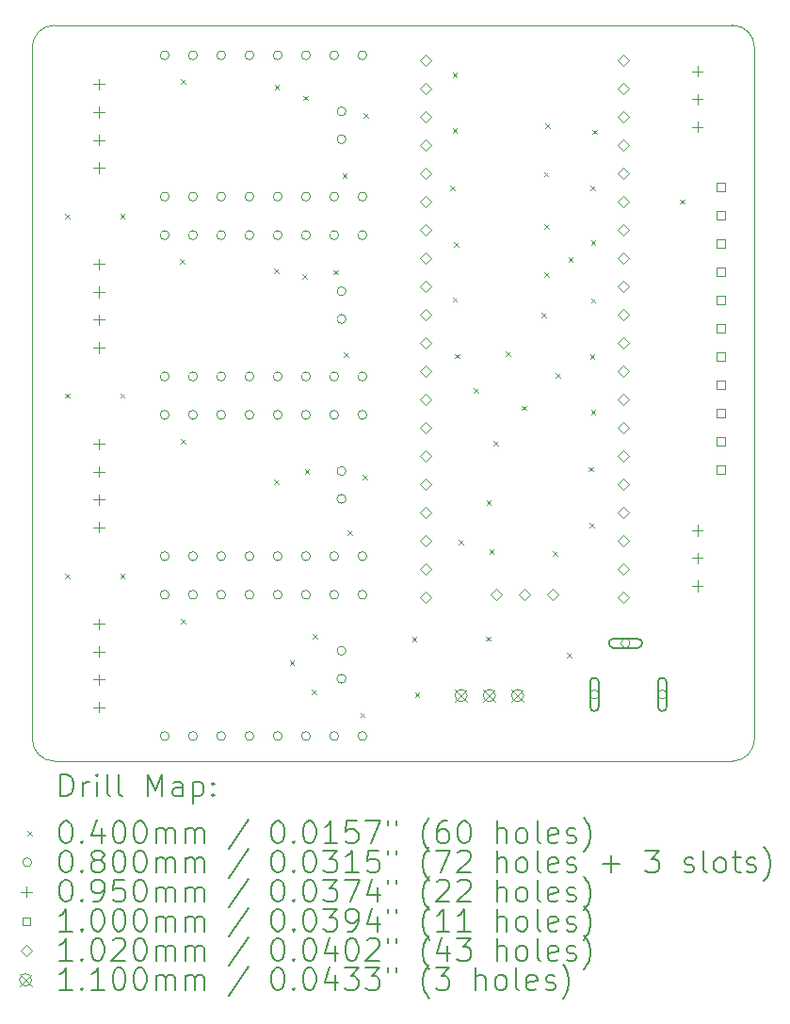
<source format=gbr>
%TF.GenerationSoftware,KiCad,Pcbnew,7.0.7*%
%TF.CreationDate,2023-10-17T10:27:27-07:00*%
%TF.ProjectId,dev-board,6465762d-626f-4617-9264-2e6b69636164,rev?*%
%TF.SameCoordinates,Original*%
%TF.FileFunction,Drillmap*%
%TF.FilePolarity,Positive*%
%FSLAX45Y45*%
G04 Gerber Fmt 4.5, Leading zero omitted, Abs format (unit mm)*
G04 Created by KiCad (PCBNEW 7.0.7) date 2023-10-17 10:27:27*
%MOMM*%
%LPD*%
G01*
G04 APERTURE LIST*
%ADD10C,0.100000*%
%ADD11C,0.200000*%
%ADD12C,0.040000*%
%ADD13C,0.080000*%
%ADD14C,0.095000*%
%ADD15C,0.102000*%
%ADD16C,0.110000*%
G04 APERTURE END LIST*
D10*
X19460000Y-5080000D02*
X19460000Y-11295000D01*
X12965000Y-11295000D02*
G75*
G03*
X13165000Y-11495000I200000J0D01*
G01*
X13165000Y-4880000D02*
G75*
G03*
X12965000Y-5080000I0J-200000D01*
G01*
X19260000Y-11495000D02*
G75*
G03*
X19460000Y-11295000I0J200000D01*
G01*
X13165000Y-4880000D02*
X19260000Y-4880000D01*
X12965000Y-11295000D02*
X12965000Y-5080000D01*
X19260000Y-11495000D02*
X13165000Y-11495000D01*
X19460000Y-5080000D02*
G75*
G03*
X19260000Y-4880000I-200000J0D01*
G01*
D11*
D12*
X13260000Y-6575000D02*
X13300000Y-6615000D01*
X13300000Y-6575000D02*
X13260000Y-6615000D01*
X13260000Y-8190000D02*
X13300000Y-8230000D01*
X13300000Y-8190000D02*
X13260000Y-8230000D01*
X13260000Y-9810000D02*
X13300000Y-9850000D01*
X13300000Y-9810000D02*
X13260000Y-9850000D01*
X13755000Y-6575000D02*
X13795000Y-6615000D01*
X13795000Y-6575000D02*
X13755000Y-6615000D01*
X13755000Y-8190000D02*
X13795000Y-8230000D01*
X13795000Y-8190000D02*
X13755000Y-8230000D01*
X13755000Y-9810000D02*
X13795000Y-9850000D01*
X13795000Y-9810000D02*
X13755000Y-9850000D01*
X14295000Y-6980000D02*
X14335000Y-7020000D01*
X14335000Y-6980000D02*
X14295000Y-7020000D01*
X14300000Y-8600000D02*
X14340000Y-8640000D01*
X14340000Y-8600000D02*
X14300000Y-8640000D01*
X14305000Y-5365000D02*
X14345000Y-5405000D01*
X14345000Y-5365000D02*
X14305000Y-5405000D01*
X14305000Y-10220000D02*
X14345000Y-10260000D01*
X14345000Y-10220000D02*
X14305000Y-10260000D01*
X15140000Y-7065000D02*
X15180000Y-7105000D01*
X15180000Y-7065000D02*
X15140000Y-7105000D01*
X15140000Y-8965000D02*
X15180000Y-9005000D01*
X15180000Y-8965000D02*
X15140000Y-9005000D01*
X15145000Y-5415000D02*
X15185000Y-5455000D01*
X15185000Y-5415000D02*
X15145000Y-5455000D01*
X15280000Y-10590000D02*
X15320000Y-10630000D01*
X15320000Y-10590000D02*
X15280000Y-10630000D01*
X15395000Y-7120000D02*
X15435000Y-7160000D01*
X15435000Y-7120000D02*
X15395000Y-7160000D01*
X15405000Y-5515000D02*
X15445000Y-5555000D01*
X15445000Y-5515000D02*
X15405000Y-5555000D01*
X15415000Y-8870000D02*
X15455000Y-8910000D01*
X15455000Y-8870000D02*
X15415000Y-8910000D01*
X15480000Y-10855000D02*
X15520000Y-10895000D01*
X15520000Y-10855000D02*
X15480000Y-10895000D01*
X15490000Y-10355000D02*
X15530000Y-10395000D01*
X15530000Y-10355000D02*
X15490000Y-10395000D01*
X15675000Y-7080000D02*
X15715000Y-7120000D01*
X15715000Y-7080000D02*
X15675000Y-7120000D01*
X15755000Y-6215000D02*
X15795000Y-6255000D01*
X15795000Y-6215000D02*
X15755000Y-6255000D01*
X15765000Y-7820000D02*
X15805000Y-7860000D01*
X15805000Y-7820000D02*
X15765000Y-7860000D01*
X15800000Y-9420000D02*
X15840000Y-9460000D01*
X15840000Y-9420000D02*
X15800000Y-9460000D01*
X15915000Y-11060000D02*
X15955000Y-11100000D01*
X15955000Y-11060000D02*
X15915000Y-11100000D01*
X15935000Y-8920000D02*
X15975000Y-8960000D01*
X15975000Y-8920000D02*
X15935000Y-8960000D01*
X15945000Y-5670000D02*
X15985000Y-5710000D01*
X15985000Y-5670000D02*
X15945000Y-5710000D01*
X16380000Y-10380000D02*
X16420000Y-10420000D01*
X16420000Y-10380000D02*
X16380000Y-10420000D01*
X16405000Y-10875000D02*
X16445000Y-10915000D01*
X16445000Y-10875000D02*
X16405000Y-10915000D01*
X16725000Y-6325000D02*
X16765000Y-6365000D01*
X16765000Y-6325000D02*
X16725000Y-6365000D01*
X16745000Y-5305000D02*
X16785000Y-5345000D01*
X16785000Y-5305000D02*
X16745000Y-5345000D01*
X16745000Y-5805000D02*
X16785000Y-5845000D01*
X16785000Y-5805000D02*
X16745000Y-5845000D01*
X16745000Y-7325000D02*
X16785000Y-7365000D01*
X16785000Y-7325000D02*
X16745000Y-7365000D01*
X16755000Y-6830000D02*
X16795000Y-6870000D01*
X16795000Y-6830000D02*
X16755000Y-6870000D01*
X16765000Y-7835000D02*
X16805000Y-7875000D01*
X16805000Y-7835000D02*
X16765000Y-7875000D01*
X16801000Y-9506000D02*
X16841000Y-9546000D01*
X16841000Y-9506000D02*
X16801000Y-9546000D01*
X16935000Y-8140000D02*
X16975000Y-8180000D01*
X16975000Y-8140000D02*
X16935000Y-8180000D01*
X17045000Y-10375000D02*
X17085000Y-10415000D01*
X17085000Y-10375000D02*
X17045000Y-10415000D01*
X17050000Y-9150000D02*
X17090000Y-9190000D01*
X17090000Y-9150000D02*
X17050000Y-9190000D01*
X17075000Y-9590000D02*
X17115000Y-9630000D01*
X17115000Y-9590000D02*
X17075000Y-9630000D01*
X17115000Y-8615000D02*
X17155000Y-8655000D01*
X17155000Y-8615000D02*
X17115000Y-8655000D01*
X17225000Y-7815000D02*
X17265000Y-7855000D01*
X17265000Y-7815000D02*
X17225000Y-7855000D01*
X17365000Y-8300000D02*
X17405000Y-8340000D01*
X17405000Y-8300000D02*
X17365000Y-8340000D01*
X17545000Y-7465000D02*
X17585000Y-7505000D01*
X17585000Y-7465000D02*
X17545000Y-7505000D01*
X17565000Y-6200000D02*
X17605000Y-6240000D01*
X17605000Y-6200000D02*
X17565000Y-6240000D01*
X17570000Y-6670000D02*
X17610000Y-6710000D01*
X17610000Y-6670000D02*
X17570000Y-6710000D01*
X17570000Y-7100000D02*
X17610000Y-7140000D01*
X17610000Y-7100000D02*
X17570000Y-7140000D01*
X17580000Y-5765000D02*
X17620000Y-5805000D01*
X17620000Y-5765000D02*
X17580000Y-5805000D01*
X17645000Y-9610000D02*
X17685000Y-9650000D01*
X17685000Y-9610000D02*
X17645000Y-9650000D01*
X17670000Y-8010000D02*
X17710000Y-8050000D01*
X17710000Y-8010000D02*
X17670000Y-8050000D01*
X17775000Y-10525000D02*
X17815000Y-10565000D01*
X17815000Y-10525000D02*
X17775000Y-10565000D01*
X17785000Y-6965000D02*
X17825000Y-7005000D01*
X17825000Y-6965000D02*
X17785000Y-7005000D01*
X17970000Y-8850000D02*
X18010000Y-8890000D01*
X18010000Y-8850000D02*
X17970000Y-8890000D01*
X17975000Y-9355000D02*
X18015000Y-9395000D01*
X18015000Y-9355000D02*
X17975000Y-9395000D01*
X17980000Y-7840000D02*
X18020000Y-7880000D01*
X18020000Y-7840000D02*
X17980000Y-7880000D01*
X17985000Y-6325000D02*
X18025000Y-6365000D01*
X18025000Y-6325000D02*
X17985000Y-6365000D01*
X17990000Y-6815000D02*
X18030000Y-6855000D01*
X18030000Y-6815000D02*
X17990000Y-6855000D01*
X17990000Y-7335000D02*
X18030000Y-7375000D01*
X18030000Y-7335000D02*
X17990000Y-7375000D01*
X17990000Y-8340000D02*
X18030000Y-8380000D01*
X18030000Y-8340000D02*
X17990000Y-8380000D01*
X18005000Y-5820000D02*
X18045000Y-5860000D01*
X18045000Y-5820000D02*
X18005000Y-5860000D01*
X18790000Y-6445000D02*
X18830000Y-6485000D01*
X18830000Y-6445000D02*
X18790000Y-6485000D01*
D13*
X14196000Y-5150000D02*
G75*
G03*
X14196000Y-5150000I-40000J0D01*
G01*
X14196000Y-6420000D02*
G75*
G03*
X14196000Y-6420000I-40000J0D01*
G01*
X14196000Y-6766333D02*
G75*
G03*
X14196000Y-6766333I-40000J0D01*
G01*
X14196000Y-8036333D02*
G75*
G03*
X14196000Y-8036333I-40000J0D01*
G01*
X14196000Y-8382667D02*
G75*
G03*
X14196000Y-8382667I-40000J0D01*
G01*
X14196000Y-9652667D02*
G75*
G03*
X14196000Y-9652667I-40000J0D01*
G01*
X14196000Y-9999000D02*
G75*
G03*
X14196000Y-9999000I-40000J0D01*
G01*
X14196000Y-11269000D02*
G75*
G03*
X14196000Y-11269000I-40000J0D01*
G01*
X14450000Y-5150000D02*
G75*
G03*
X14450000Y-5150000I-40000J0D01*
G01*
X14450000Y-6420000D02*
G75*
G03*
X14450000Y-6420000I-40000J0D01*
G01*
X14450000Y-6766333D02*
G75*
G03*
X14450000Y-6766333I-40000J0D01*
G01*
X14450000Y-8036333D02*
G75*
G03*
X14450000Y-8036333I-40000J0D01*
G01*
X14450000Y-8382667D02*
G75*
G03*
X14450000Y-8382667I-40000J0D01*
G01*
X14450000Y-9652667D02*
G75*
G03*
X14450000Y-9652667I-40000J0D01*
G01*
X14450000Y-9999000D02*
G75*
G03*
X14450000Y-9999000I-40000J0D01*
G01*
X14450000Y-11269000D02*
G75*
G03*
X14450000Y-11269000I-40000J0D01*
G01*
X14704000Y-5150000D02*
G75*
G03*
X14704000Y-5150000I-40000J0D01*
G01*
X14704000Y-6420000D02*
G75*
G03*
X14704000Y-6420000I-40000J0D01*
G01*
X14704000Y-6766333D02*
G75*
G03*
X14704000Y-6766333I-40000J0D01*
G01*
X14704000Y-8036333D02*
G75*
G03*
X14704000Y-8036333I-40000J0D01*
G01*
X14704000Y-8382667D02*
G75*
G03*
X14704000Y-8382667I-40000J0D01*
G01*
X14704000Y-9652667D02*
G75*
G03*
X14704000Y-9652667I-40000J0D01*
G01*
X14704000Y-9999000D02*
G75*
G03*
X14704000Y-9999000I-40000J0D01*
G01*
X14704000Y-11269000D02*
G75*
G03*
X14704000Y-11269000I-40000J0D01*
G01*
X14958000Y-5150000D02*
G75*
G03*
X14958000Y-5150000I-40000J0D01*
G01*
X14958000Y-6420000D02*
G75*
G03*
X14958000Y-6420000I-40000J0D01*
G01*
X14958000Y-6766333D02*
G75*
G03*
X14958000Y-6766333I-40000J0D01*
G01*
X14958000Y-8036333D02*
G75*
G03*
X14958000Y-8036333I-40000J0D01*
G01*
X14958000Y-8382667D02*
G75*
G03*
X14958000Y-8382667I-40000J0D01*
G01*
X14958000Y-9652667D02*
G75*
G03*
X14958000Y-9652667I-40000J0D01*
G01*
X14958000Y-9999000D02*
G75*
G03*
X14958000Y-9999000I-40000J0D01*
G01*
X14958000Y-11269000D02*
G75*
G03*
X14958000Y-11269000I-40000J0D01*
G01*
X15212000Y-5150000D02*
G75*
G03*
X15212000Y-5150000I-40000J0D01*
G01*
X15212000Y-6420000D02*
G75*
G03*
X15212000Y-6420000I-40000J0D01*
G01*
X15212000Y-6766333D02*
G75*
G03*
X15212000Y-6766333I-40000J0D01*
G01*
X15212000Y-8036333D02*
G75*
G03*
X15212000Y-8036333I-40000J0D01*
G01*
X15212000Y-8382667D02*
G75*
G03*
X15212000Y-8382667I-40000J0D01*
G01*
X15212000Y-9652667D02*
G75*
G03*
X15212000Y-9652667I-40000J0D01*
G01*
X15212000Y-9999000D02*
G75*
G03*
X15212000Y-9999000I-40000J0D01*
G01*
X15212000Y-11269000D02*
G75*
G03*
X15212000Y-11269000I-40000J0D01*
G01*
X15466000Y-5150000D02*
G75*
G03*
X15466000Y-5150000I-40000J0D01*
G01*
X15466000Y-6420000D02*
G75*
G03*
X15466000Y-6420000I-40000J0D01*
G01*
X15466000Y-6766333D02*
G75*
G03*
X15466000Y-6766333I-40000J0D01*
G01*
X15466000Y-8036333D02*
G75*
G03*
X15466000Y-8036333I-40000J0D01*
G01*
X15466000Y-8382667D02*
G75*
G03*
X15466000Y-8382667I-40000J0D01*
G01*
X15466000Y-9652667D02*
G75*
G03*
X15466000Y-9652667I-40000J0D01*
G01*
X15466000Y-9999000D02*
G75*
G03*
X15466000Y-9999000I-40000J0D01*
G01*
X15466000Y-11269000D02*
G75*
G03*
X15466000Y-11269000I-40000J0D01*
G01*
X15720000Y-5150000D02*
G75*
G03*
X15720000Y-5150000I-40000J0D01*
G01*
X15720000Y-6420000D02*
G75*
G03*
X15720000Y-6420000I-40000J0D01*
G01*
X15720000Y-6766333D02*
G75*
G03*
X15720000Y-6766333I-40000J0D01*
G01*
X15720000Y-8036333D02*
G75*
G03*
X15720000Y-8036333I-40000J0D01*
G01*
X15720000Y-8382667D02*
G75*
G03*
X15720000Y-8382667I-40000J0D01*
G01*
X15720000Y-9652667D02*
G75*
G03*
X15720000Y-9652667I-40000J0D01*
G01*
X15720000Y-9999000D02*
G75*
G03*
X15720000Y-9999000I-40000J0D01*
G01*
X15720000Y-11269000D02*
G75*
G03*
X15720000Y-11269000I-40000J0D01*
G01*
X15786000Y-5654238D02*
G75*
G03*
X15786000Y-5654238I-40000J0D01*
G01*
X15786000Y-5904238D02*
G75*
G03*
X15786000Y-5904238I-40000J0D01*
G01*
X15786000Y-7270571D02*
G75*
G03*
X15786000Y-7270571I-40000J0D01*
G01*
X15786000Y-7520571D02*
G75*
G03*
X15786000Y-7520571I-40000J0D01*
G01*
X15786000Y-8886905D02*
G75*
G03*
X15786000Y-8886905I-40000J0D01*
G01*
X15786000Y-9136905D02*
G75*
G03*
X15786000Y-9136905I-40000J0D01*
G01*
X15786000Y-10503238D02*
G75*
G03*
X15786000Y-10503238I-40000J0D01*
G01*
X15786000Y-10753238D02*
G75*
G03*
X15786000Y-10753238I-40000J0D01*
G01*
X15974000Y-5150000D02*
G75*
G03*
X15974000Y-5150000I-40000J0D01*
G01*
X15974000Y-6420000D02*
G75*
G03*
X15974000Y-6420000I-40000J0D01*
G01*
X15974000Y-6766333D02*
G75*
G03*
X15974000Y-6766333I-40000J0D01*
G01*
X15974000Y-8036333D02*
G75*
G03*
X15974000Y-8036333I-40000J0D01*
G01*
X15974000Y-8382667D02*
G75*
G03*
X15974000Y-8382667I-40000J0D01*
G01*
X15974000Y-9652667D02*
G75*
G03*
X15974000Y-9652667I-40000J0D01*
G01*
X15974000Y-9999000D02*
G75*
G03*
X15974000Y-9999000I-40000J0D01*
G01*
X15974000Y-11269000D02*
G75*
G03*
X15974000Y-11269000I-40000J0D01*
G01*
X18060000Y-10895000D02*
G75*
G03*
X18060000Y-10895000I-40000J0D01*
G01*
D11*
X18060000Y-11005000D02*
X18060000Y-10785000D01*
X18060000Y-10785000D02*
G75*
G03*
X17980000Y-10785000I-40000J0D01*
G01*
X17980000Y-10785000D02*
X17980000Y-11005000D01*
X17980000Y-11005000D02*
G75*
G03*
X18060000Y-11005000I40000J0D01*
G01*
D13*
X18340000Y-10435000D02*
G75*
G03*
X18340000Y-10435000I-40000J0D01*
G01*
D11*
X18410000Y-10395000D02*
X18190000Y-10395000D01*
X18190000Y-10395000D02*
G75*
G03*
X18190000Y-10475000I0J-40000D01*
G01*
X18190000Y-10475000D02*
X18410000Y-10475000D01*
X18410000Y-10475000D02*
G75*
G03*
X18410000Y-10395000I0J40000D01*
G01*
D13*
X18670000Y-10895000D02*
G75*
G03*
X18670000Y-10895000I-40000J0D01*
G01*
D11*
X18670000Y-11005000D02*
X18670000Y-10785000D01*
X18670000Y-10785000D02*
G75*
G03*
X18590000Y-10785000I-40000J0D01*
G01*
X18590000Y-10785000D02*
X18590000Y-11005000D01*
X18590000Y-11005000D02*
G75*
G03*
X18670000Y-11005000I40000J0D01*
G01*
D14*
X13565000Y-5363500D02*
X13565000Y-5458500D01*
X13517500Y-5411000D02*
X13612500Y-5411000D01*
X13565000Y-5613500D02*
X13565000Y-5708500D01*
X13517500Y-5661000D02*
X13612500Y-5661000D01*
X13565000Y-5863500D02*
X13565000Y-5958500D01*
X13517500Y-5911000D02*
X13612500Y-5911000D01*
X13565000Y-6113500D02*
X13565000Y-6208500D01*
X13517500Y-6161000D02*
X13612500Y-6161000D01*
X13565000Y-6979833D02*
X13565000Y-7074833D01*
X13517500Y-7027333D02*
X13612500Y-7027333D01*
X13565000Y-7229833D02*
X13565000Y-7324833D01*
X13517500Y-7277333D02*
X13612500Y-7277333D01*
X13565000Y-7479833D02*
X13565000Y-7574833D01*
X13517500Y-7527333D02*
X13612500Y-7527333D01*
X13565000Y-7729833D02*
X13565000Y-7824833D01*
X13517500Y-7777333D02*
X13612500Y-7777333D01*
X13565000Y-8596167D02*
X13565000Y-8691167D01*
X13517500Y-8643667D02*
X13612500Y-8643667D01*
X13565000Y-8846167D02*
X13565000Y-8941167D01*
X13517500Y-8893667D02*
X13612500Y-8893667D01*
X13565000Y-9096167D02*
X13565000Y-9191167D01*
X13517500Y-9143667D02*
X13612500Y-9143667D01*
X13565000Y-9346167D02*
X13565000Y-9441167D01*
X13517500Y-9393667D02*
X13612500Y-9393667D01*
X13565000Y-10212500D02*
X13565000Y-10307500D01*
X13517500Y-10260000D02*
X13612500Y-10260000D01*
X13565000Y-10462500D02*
X13565000Y-10557500D01*
X13517500Y-10510000D02*
X13612500Y-10510000D01*
X13565000Y-10712500D02*
X13565000Y-10807500D01*
X13517500Y-10760000D02*
X13612500Y-10760000D01*
X13565000Y-10962500D02*
X13565000Y-11057500D01*
X13517500Y-11010000D02*
X13612500Y-11010000D01*
X18947500Y-5247500D02*
X18947500Y-5342500D01*
X18900000Y-5295000D02*
X18995000Y-5295000D01*
X18947500Y-5497500D02*
X18947500Y-5592500D01*
X18900000Y-5545000D02*
X18995000Y-5545000D01*
X18947500Y-5747500D02*
X18947500Y-5842500D01*
X18900000Y-5795000D02*
X18995000Y-5795000D01*
X18947500Y-9372500D02*
X18947500Y-9467500D01*
X18900000Y-9420000D02*
X18995000Y-9420000D01*
X18947500Y-9622500D02*
X18947500Y-9717500D01*
X18900000Y-9670000D02*
X18995000Y-9670000D01*
X18947500Y-9872500D02*
X18947500Y-9967500D01*
X18900000Y-9920000D02*
X18995000Y-9920000D01*
D10*
X19190356Y-6370356D02*
X19190356Y-6299644D01*
X19119644Y-6299644D01*
X19119644Y-6370356D01*
X19190356Y-6370356D01*
X19190356Y-6624356D02*
X19190356Y-6553644D01*
X19119644Y-6553644D01*
X19119644Y-6624356D01*
X19190356Y-6624356D01*
X19190356Y-6878356D02*
X19190356Y-6807644D01*
X19119644Y-6807644D01*
X19119644Y-6878356D01*
X19190356Y-6878356D01*
X19190356Y-7132356D02*
X19190356Y-7061644D01*
X19119644Y-7061644D01*
X19119644Y-7132356D01*
X19190356Y-7132356D01*
X19190356Y-7386356D02*
X19190356Y-7315644D01*
X19119644Y-7315644D01*
X19119644Y-7386356D01*
X19190356Y-7386356D01*
X19190356Y-7640356D02*
X19190356Y-7569644D01*
X19119644Y-7569644D01*
X19119644Y-7640356D01*
X19190356Y-7640356D01*
X19190356Y-7894356D02*
X19190356Y-7823644D01*
X19119644Y-7823644D01*
X19119644Y-7894356D01*
X19190356Y-7894356D01*
X19190356Y-8148356D02*
X19190356Y-8077644D01*
X19119644Y-8077644D01*
X19119644Y-8148356D01*
X19190356Y-8148356D01*
X19190356Y-8402356D02*
X19190356Y-8331644D01*
X19119644Y-8331644D01*
X19119644Y-8402356D01*
X19190356Y-8402356D01*
X19190356Y-8656356D02*
X19190356Y-8585644D01*
X19119644Y-8585644D01*
X19119644Y-8656356D01*
X19190356Y-8656356D01*
X19190356Y-8910356D02*
X19190356Y-8839644D01*
X19119644Y-8839644D01*
X19119644Y-8910356D01*
X19190356Y-8910356D01*
D15*
X16505000Y-5244000D02*
X16556000Y-5193000D01*
X16505000Y-5142000D01*
X16454000Y-5193000D01*
X16505000Y-5244000D01*
X16505000Y-5498000D02*
X16556000Y-5447000D01*
X16505000Y-5396000D01*
X16454000Y-5447000D01*
X16505000Y-5498000D01*
X16505000Y-5752000D02*
X16556000Y-5701000D01*
X16505000Y-5650000D01*
X16454000Y-5701000D01*
X16505000Y-5752000D01*
X16505000Y-6006000D02*
X16556000Y-5955000D01*
X16505000Y-5904000D01*
X16454000Y-5955000D01*
X16505000Y-6006000D01*
X16505000Y-6260000D02*
X16556000Y-6209000D01*
X16505000Y-6158000D01*
X16454000Y-6209000D01*
X16505000Y-6260000D01*
X16505000Y-6514000D02*
X16556000Y-6463000D01*
X16505000Y-6412000D01*
X16454000Y-6463000D01*
X16505000Y-6514000D01*
X16505000Y-6768000D02*
X16556000Y-6717000D01*
X16505000Y-6666000D01*
X16454000Y-6717000D01*
X16505000Y-6768000D01*
X16505000Y-7022000D02*
X16556000Y-6971000D01*
X16505000Y-6920000D01*
X16454000Y-6971000D01*
X16505000Y-7022000D01*
X16505000Y-7276000D02*
X16556000Y-7225000D01*
X16505000Y-7174000D01*
X16454000Y-7225000D01*
X16505000Y-7276000D01*
X16505000Y-7530000D02*
X16556000Y-7479000D01*
X16505000Y-7428000D01*
X16454000Y-7479000D01*
X16505000Y-7530000D01*
X16505000Y-7784000D02*
X16556000Y-7733000D01*
X16505000Y-7682000D01*
X16454000Y-7733000D01*
X16505000Y-7784000D01*
X16505000Y-8038000D02*
X16556000Y-7987000D01*
X16505000Y-7936000D01*
X16454000Y-7987000D01*
X16505000Y-8038000D01*
X16505000Y-8292000D02*
X16556000Y-8241000D01*
X16505000Y-8190000D01*
X16454000Y-8241000D01*
X16505000Y-8292000D01*
X16505000Y-8546000D02*
X16556000Y-8495000D01*
X16505000Y-8444000D01*
X16454000Y-8495000D01*
X16505000Y-8546000D01*
X16505000Y-8800000D02*
X16556000Y-8749000D01*
X16505000Y-8698000D01*
X16454000Y-8749000D01*
X16505000Y-8800000D01*
X16505000Y-9054000D02*
X16556000Y-9003000D01*
X16505000Y-8952000D01*
X16454000Y-9003000D01*
X16505000Y-9054000D01*
X16505000Y-9308000D02*
X16556000Y-9257000D01*
X16505000Y-9206000D01*
X16454000Y-9257000D01*
X16505000Y-9308000D01*
X16505000Y-9562000D02*
X16556000Y-9511000D01*
X16505000Y-9460000D01*
X16454000Y-9511000D01*
X16505000Y-9562000D01*
X16505000Y-9816000D02*
X16556000Y-9765000D01*
X16505000Y-9714000D01*
X16454000Y-9765000D01*
X16505000Y-9816000D01*
X16505000Y-10070000D02*
X16556000Y-10019000D01*
X16505000Y-9968000D01*
X16454000Y-10019000D01*
X16505000Y-10070000D01*
X17140000Y-10047000D02*
X17191000Y-9996000D01*
X17140000Y-9945000D01*
X17089000Y-9996000D01*
X17140000Y-10047000D01*
X17394000Y-10047000D02*
X17445000Y-9996000D01*
X17394000Y-9945000D01*
X17343000Y-9996000D01*
X17394000Y-10047000D01*
X17648000Y-10047000D02*
X17699000Y-9996000D01*
X17648000Y-9945000D01*
X17597000Y-9996000D01*
X17648000Y-10047000D01*
X18283000Y-5244000D02*
X18334000Y-5193000D01*
X18283000Y-5142000D01*
X18232000Y-5193000D01*
X18283000Y-5244000D01*
X18283000Y-5498000D02*
X18334000Y-5447000D01*
X18283000Y-5396000D01*
X18232000Y-5447000D01*
X18283000Y-5498000D01*
X18283000Y-5752000D02*
X18334000Y-5701000D01*
X18283000Y-5650000D01*
X18232000Y-5701000D01*
X18283000Y-5752000D01*
X18283000Y-6006000D02*
X18334000Y-5955000D01*
X18283000Y-5904000D01*
X18232000Y-5955000D01*
X18283000Y-6006000D01*
X18283000Y-6260000D02*
X18334000Y-6209000D01*
X18283000Y-6158000D01*
X18232000Y-6209000D01*
X18283000Y-6260000D01*
X18283000Y-6514000D02*
X18334000Y-6463000D01*
X18283000Y-6412000D01*
X18232000Y-6463000D01*
X18283000Y-6514000D01*
X18283000Y-6768000D02*
X18334000Y-6717000D01*
X18283000Y-6666000D01*
X18232000Y-6717000D01*
X18283000Y-6768000D01*
X18283000Y-7022000D02*
X18334000Y-6971000D01*
X18283000Y-6920000D01*
X18232000Y-6971000D01*
X18283000Y-7022000D01*
X18283000Y-7276000D02*
X18334000Y-7225000D01*
X18283000Y-7174000D01*
X18232000Y-7225000D01*
X18283000Y-7276000D01*
X18283000Y-7530000D02*
X18334000Y-7479000D01*
X18283000Y-7428000D01*
X18232000Y-7479000D01*
X18283000Y-7530000D01*
X18283000Y-7784000D02*
X18334000Y-7733000D01*
X18283000Y-7682000D01*
X18232000Y-7733000D01*
X18283000Y-7784000D01*
X18283000Y-8038000D02*
X18334000Y-7987000D01*
X18283000Y-7936000D01*
X18232000Y-7987000D01*
X18283000Y-8038000D01*
X18283000Y-8292000D02*
X18334000Y-8241000D01*
X18283000Y-8190000D01*
X18232000Y-8241000D01*
X18283000Y-8292000D01*
X18283000Y-8546000D02*
X18334000Y-8495000D01*
X18283000Y-8444000D01*
X18232000Y-8495000D01*
X18283000Y-8546000D01*
X18283000Y-8800000D02*
X18334000Y-8749000D01*
X18283000Y-8698000D01*
X18232000Y-8749000D01*
X18283000Y-8800000D01*
X18283000Y-9054000D02*
X18334000Y-9003000D01*
X18283000Y-8952000D01*
X18232000Y-9003000D01*
X18283000Y-9054000D01*
X18283000Y-9308000D02*
X18334000Y-9257000D01*
X18283000Y-9206000D01*
X18232000Y-9257000D01*
X18283000Y-9308000D01*
X18283000Y-9562000D02*
X18334000Y-9511000D01*
X18283000Y-9460000D01*
X18232000Y-9511000D01*
X18283000Y-9562000D01*
X18283000Y-9816000D02*
X18334000Y-9765000D01*
X18283000Y-9714000D01*
X18232000Y-9765000D01*
X18283000Y-9816000D01*
X18283000Y-10070000D02*
X18334000Y-10019000D01*
X18283000Y-9968000D01*
X18232000Y-10019000D01*
X18283000Y-10070000D01*
D16*
X16766000Y-10850000D02*
X16876000Y-10960000D01*
X16876000Y-10850000D02*
X16766000Y-10960000D01*
X16876000Y-10905000D02*
G75*
G03*
X16876000Y-10905000I-55000J0D01*
G01*
X17020000Y-10850000D02*
X17130000Y-10960000D01*
X17130000Y-10850000D02*
X17020000Y-10960000D01*
X17130000Y-10905000D02*
G75*
G03*
X17130000Y-10905000I-55000J0D01*
G01*
X17274000Y-10850000D02*
X17384000Y-10960000D01*
X17384000Y-10850000D02*
X17274000Y-10960000D01*
X17384000Y-10905000D02*
G75*
G03*
X17384000Y-10905000I-55000J0D01*
G01*
D11*
X13220777Y-11811484D02*
X13220777Y-11611484D01*
X13220777Y-11611484D02*
X13268396Y-11611484D01*
X13268396Y-11611484D02*
X13296967Y-11621008D01*
X13296967Y-11621008D02*
X13316015Y-11640055D01*
X13316015Y-11640055D02*
X13325539Y-11659103D01*
X13325539Y-11659103D02*
X13335062Y-11697198D01*
X13335062Y-11697198D02*
X13335062Y-11725769D01*
X13335062Y-11725769D02*
X13325539Y-11763865D01*
X13325539Y-11763865D02*
X13316015Y-11782912D01*
X13316015Y-11782912D02*
X13296967Y-11801960D01*
X13296967Y-11801960D02*
X13268396Y-11811484D01*
X13268396Y-11811484D02*
X13220777Y-11811484D01*
X13420777Y-11811484D02*
X13420777Y-11678150D01*
X13420777Y-11716246D02*
X13430301Y-11697198D01*
X13430301Y-11697198D02*
X13439824Y-11687674D01*
X13439824Y-11687674D02*
X13458872Y-11678150D01*
X13458872Y-11678150D02*
X13477920Y-11678150D01*
X13544586Y-11811484D02*
X13544586Y-11678150D01*
X13544586Y-11611484D02*
X13535062Y-11621008D01*
X13535062Y-11621008D02*
X13544586Y-11630531D01*
X13544586Y-11630531D02*
X13554110Y-11621008D01*
X13554110Y-11621008D02*
X13544586Y-11611484D01*
X13544586Y-11611484D02*
X13544586Y-11630531D01*
X13668396Y-11811484D02*
X13649348Y-11801960D01*
X13649348Y-11801960D02*
X13639824Y-11782912D01*
X13639824Y-11782912D02*
X13639824Y-11611484D01*
X13773158Y-11811484D02*
X13754110Y-11801960D01*
X13754110Y-11801960D02*
X13744586Y-11782912D01*
X13744586Y-11782912D02*
X13744586Y-11611484D01*
X14001729Y-11811484D02*
X14001729Y-11611484D01*
X14001729Y-11611484D02*
X14068396Y-11754341D01*
X14068396Y-11754341D02*
X14135062Y-11611484D01*
X14135062Y-11611484D02*
X14135062Y-11811484D01*
X14316015Y-11811484D02*
X14316015Y-11706722D01*
X14316015Y-11706722D02*
X14306491Y-11687674D01*
X14306491Y-11687674D02*
X14287443Y-11678150D01*
X14287443Y-11678150D02*
X14249348Y-11678150D01*
X14249348Y-11678150D02*
X14230301Y-11687674D01*
X14316015Y-11801960D02*
X14296967Y-11811484D01*
X14296967Y-11811484D02*
X14249348Y-11811484D01*
X14249348Y-11811484D02*
X14230301Y-11801960D01*
X14230301Y-11801960D02*
X14220777Y-11782912D01*
X14220777Y-11782912D02*
X14220777Y-11763865D01*
X14220777Y-11763865D02*
X14230301Y-11744817D01*
X14230301Y-11744817D02*
X14249348Y-11735293D01*
X14249348Y-11735293D02*
X14296967Y-11735293D01*
X14296967Y-11735293D02*
X14316015Y-11725769D01*
X14411253Y-11678150D02*
X14411253Y-11878150D01*
X14411253Y-11687674D02*
X14430301Y-11678150D01*
X14430301Y-11678150D02*
X14468396Y-11678150D01*
X14468396Y-11678150D02*
X14487443Y-11687674D01*
X14487443Y-11687674D02*
X14496967Y-11697198D01*
X14496967Y-11697198D02*
X14506491Y-11716246D01*
X14506491Y-11716246D02*
X14506491Y-11773388D01*
X14506491Y-11773388D02*
X14496967Y-11792436D01*
X14496967Y-11792436D02*
X14487443Y-11801960D01*
X14487443Y-11801960D02*
X14468396Y-11811484D01*
X14468396Y-11811484D02*
X14430301Y-11811484D01*
X14430301Y-11811484D02*
X14411253Y-11801960D01*
X14592205Y-11792436D02*
X14601729Y-11801960D01*
X14601729Y-11801960D02*
X14592205Y-11811484D01*
X14592205Y-11811484D02*
X14582682Y-11801960D01*
X14582682Y-11801960D02*
X14592205Y-11792436D01*
X14592205Y-11792436D02*
X14592205Y-11811484D01*
X14592205Y-11687674D02*
X14601729Y-11697198D01*
X14601729Y-11697198D02*
X14592205Y-11706722D01*
X14592205Y-11706722D02*
X14582682Y-11697198D01*
X14582682Y-11697198D02*
X14592205Y-11687674D01*
X14592205Y-11687674D02*
X14592205Y-11706722D01*
D12*
X12920000Y-12120000D02*
X12960000Y-12160000D01*
X12960000Y-12120000D02*
X12920000Y-12160000D01*
D11*
X13258872Y-12031484D02*
X13277920Y-12031484D01*
X13277920Y-12031484D02*
X13296967Y-12041008D01*
X13296967Y-12041008D02*
X13306491Y-12050531D01*
X13306491Y-12050531D02*
X13316015Y-12069579D01*
X13316015Y-12069579D02*
X13325539Y-12107674D01*
X13325539Y-12107674D02*
X13325539Y-12155293D01*
X13325539Y-12155293D02*
X13316015Y-12193388D01*
X13316015Y-12193388D02*
X13306491Y-12212436D01*
X13306491Y-12212436D02*
X13296967Y-12221960D01*
X13296967Y-12221960D02*
X13277920Y-12231484D01*
X13277920Y-12231484D02*
X13258872Y-12231484D01*
X13258872Y-12231484D02*
X13239824Y-12221960D01*
X13239824Y-12221960D02*
X13230301Y-12212436D01*
X13230301Y-12212436D02*
X13220777Y-12193388D01*
X13220777Y-12193388D02*
X13211253Y-12155293D01*
X13211253Y-12155293D02*
X13211253Y-12107674D01*
X13211253Y-12107674D02*
X13220777Y-12069579D01*
X13220777Y-12069579D02*
X13230301Y-12050531D01*
X13230301Y-12050531D02*
X13239824Y-12041008D01*
X13239824Y-12041008D02*
X13258872Y-12031484D01*
X13411253Y-12212436D02*
X13420777Y-12221960D01*
X13420777Y-12221960D02*
X13411253Y-12231484D01*
X13411253Y-12231484D02*
X13401729Y-12221960D01*
X13401729Y-12221960D02*
X13411253Y-12212436D01*
X13411253Y-12212436D02*
X13411253Y-12231484D01*
X13592205Y-12098150D02*
X13592205Y-12231484D01*
X13544586Y-12021960D02*
X13496967Y-12164817D01*
X13496967Y-12164817D02*
X13620777Y-12164817D01*
X13735062Y-12031484D02*
X13754110Y-12031484D01*
X13754110Y-12031484D02*
X13773158Y-12041008D01*
X13773158Y-12041008D02*
X13782682Y-12050531D01*
X13782682Y-12050531D02*
X13792205Y-12069579D01*
X13792205Y-12069579D02*
X13801729Y-12107674D01*
X13801729Y-12107674D02*
X13801729Y-12155293D01*
X13801729Y-12155293D02*
X13792205Y-12193388D01*
X13792205Y-12193388D02*
X13782682Y-12212436D01*
X13782682Y-12212436D02*
X13773158Y-12221960D01*
X13773158Y-12221960D02*
X13754110Y-12231484D01*
X13754110Y-12231484D02*
X13735062Y-12231484D01*
X13735062Y-12231484D02*
X13716015Y-12221960D01*
X13716015Y-12221960D02*
X13706491Y-12212436D01*
X13706491Y-12212436D02*
X13696967Y-12193388D01*
X13696967Y-12193388D02*
X13687443Y-12155293D01*
X13687443Y-12155293D02*
X13687443Y-12107674D01*
X13687443Y-12107674D02*
X13696967Y-12069579D01*
X13696967Y-12069579D02*
X13706491Y-12050531D01*
X13706491Y-12050531D02*
X13716015Y-12041008D01*
X13716015Y-12041008D02*
X13735062Y-12031484D01*
X13925539Y-12031484D02*
X13944586Y-12031484D01*
X13944586Y-12031484D02*
X13963634Y-12041008D01*
X13963634Y-12041008D02*
X13973158Y-12050531D01*
X13973158Y-12050531D02*
X13982682Y-12069579D01*
X13982682Y-12069579D02*
X13992205Y-12107674D01*
X13992205Y-12107674D02*
X13992205Y-12155293D01*
X13992205Y-12155293D02*
X13982682Y-12193388D01*
X13982682Y-12193388D02*
X13973158Y-12212436D01*
X13973158Y-12212436D02*
X13963634Y-12221960D01*
X13963634Y-12221960D02*
X13944586Y-12231484D01*
X13944586Y-12231484D02*
X13925539Y-12231484D01*
X13925539Y-12231484D02*
X13906491Y-12221960D01*
X13906491Y-12221960D02*
X13896967Y-12212436D01*
X13896967Y-12212436D02*
X13887443Y-12193388D01*
X13887443Y-12193388D02*
X13877920Y-12155293D01*
X13877920Y-12155293D02*
X13877920Y-12107674D01*
X13877920Y-12107674D02*
X13887443Y-12069579D01*
X13887443Y-12069579D02*
X13896967Y-12050531D01*
X13896967Y-12050531D02*
X13906491Y-12041008D01*
X13906491Y-12041008D02*
X13925539Y-12031484D01*
X14077920Y-12231484D02*
X14077920Y-12098150D01*
X14077920Y-12117198D02*
X14087443Y-12107674D01*
X14087443Y-12107674D02*
X14106491Y-12098150D01*
X14106491Y-12098150D02*
X14135063Y-12098150D01*
X14135063Y-12098150D02*
X14154110Y-12107674D01*
X14154110Y-12107674D02*
X14163634Y-12126722D01*
X14163634Y-12126722D02*
X14163634Y-12231484D01*
X14163634Y-12126722D02*
X14173158Y-12107674D01*
X14173158Y-12107674D02*
X14192205Y-12098150D01*
X14192205Y-12098150D02*
X14220777Y-12098150D01*
X14220777Y-12098150D02*
X14239824Y-12107674D01*
X14239824Y-12107674D02*
X14249348Y-12126722D01*
X14249348Y-12126722D02*
X14249348Y-12231484D01*
X14344586Y-12231484D02*
X14344586Y-12098150D01*
X14344586Y-12117198D02*
X14354110Y-12107674D01*
X14354110Y-12107674D02*
X14373158Y-12098150D01*
X14373158Y-12098150D02*
X14401729Y-12098150D01*
X14401729Y-12098150D02*
X14420777Y-12107674D01*
X14420777Y-12107674D02*
X14430301Y-12126722D01*
X14430301Y-12126722D02*
X14430301Y-12231484D01*
X14430301Y-12126722D02*
X14439824Y-12107674D01*
X14439824Y-12107674D02*
X14458872Y-12098150D01*
X14458872Y-12098150D02*
X14487443Y-12098150D01*
X14487443Y-12098150D02*
X14506491Y-12107674D01*
X14506491Y-12107674D02*
X14516015Y-12126722D01*
X14516015Y-12126722D02*
X14516015Y-12231484D01*
X14906491Y-12021960D02*
X14735063Y-12279103D01*
X15163634Y-12031484D02*
X15182682Y-12031484D01*
X15182682Y-12031484D02*
X15201729Y-12041008D01*
X15201729Y-12041008D02*
X15211253Y-12050531D01*
X15211253Y-12050531D02*
X15220777Y-12069579D01*
X15220777Y-12069579D02*
X15230301Y-12107674D01*
X15230301Y-12107674D02*
X15230301Y-12155293D01*
X15230301Y-12155293D02*
X15220777Y-12193388D01*
X15220777Y-12193388D02*
X15211253Y-12212436D01*
X15211253Y-12212436D02*
X15201729Y-12221960D01*
X15201729Y-12221960D02*
X15182682Y-12231484D01*
X15182682Y-12231484D02*
X15163634Y-12231484D01*
X15163634Y-12231484D02*
X15144586Y-12221960D01*
X15144586Y-12221960D02*
X15135063Y-12212436D01*
X15135063Y-12212436D02*
X15125539Y-12193388D01*
X15125539Y-12193388D02*
X15116015Y-12155293D01*
X15116015Y-12155293D02*
X15116015Y-12107674D01*
X15116015Y-12107674D02*
X15125539Y-12069579D01*
X15125539Y-12069579D02*
X15135063Y-12050531D01*
X15135063Y-12050531D02*
X15144586Y-12041008D01*
X15144586Y-12041008D02*
X15163634Y-12031484D01*
X15316015Y-12212436D02*
X15325539Y-12221960D01*
X15325539Y-12221960D02*
X15316015Y-12231484D01*
X15316015Y-12231484D02*
X15306491Y-12221960D01*
X15306491Y-12221960D02*
X15316015Y-12212436D01*
X15316015Y-12212436D02*
X15316015Y-12231484D01*
X15449348Y-12031484D02*
X15468396Y-12031484D01*
X15468396Y-12031484D02*
X15487444Y-12041008D01*
X15487444Y-12041008D02*
X15496967Y-12050531D01*
X15496967Y-12050531D02*
X15506491Y-12069579D01*
X15506491Y-12069579D02*
X15516015Y-12107674D01*
X15516015Y-12107674D02*
X15516015Y-12155293D01*
X15516015Y-12155293D02*
X15506491Y-12193388D01*
X15506491Y-12193388D02*
X15496967Y-12212436D01*
X15496967Y-12212436D02*
X15487444Y-12221960D01*
X15487444Y-12221960D02*
X15468396Y-12231484D01*
X15468396Y-12231484D02*
X15449348Y-12231484D01*
X15449348Y-12231484D02*
X15430301Y-12221960D01*
X15430301Y-12221960D02*
X15420777Y-12212436D01*
X15420777Y-12212436D02*
X15411253Y-12193388D01*
X15411253Y-12193388D02*
X15401729Y-12155293D01*
X15401729Y-12155293D02*
X15401729Y-12107674D01*
X15401729Y-12107674D02*
X15411253Y-12069579D01*
X15411253Y-12069579D02*
X15420777Y-12050531D01*
X15420777Y-12050531D02*
X15430301Y-12041008D01*
X15430301Y-12041008D02*
X15449348Y-12031484D01*
X15706491Y-12231484D02*
X15592206Y-12231484D01*
X15649348Y-12231484D02*
X15649348Y-12031484D01*
X15649348Y-12031484D02*
X15630301Y-12060055D01*
X15630301Y-12060055D02*
X15611253Y-12079103D01*
X15611253Y-12079103D02*
X15592206Y-12088627D01*
X15887444Y-12031484D02*
X15792206Y-12031484D01*
X15792206Y-12031484D02*
X15782682Y-12126722D01*
X15782682Y-12126722D02*
X15792206Y-12117198D01*
X15792206Y-12117198D02*
X15811253Y-12107674D01*
X15811253Y-12107674D02*
X15858872Y-12107674D01*
X15858872Y-12107674D02*
X15877920Y-12117198D01*
X15877920Y-12117198D02*
X15887444Y-12126722D01*
X15887444Y-12126722D02*
X15896967Y-12145769D01*
X15896967Y-12145769D02*
X15896967Y-12193388D01*
X15896967Y-12193388D02*
X15887444Y-12212436D01*
X15887444Y-12212436D02*
X15877920Y-12221960D01*
X15877920Y-12221960D02*
X15858872Y-12231484D01*
X15858872Y-12231484D02*
X15811253Y-12231484D01*
X15811253Y-12231484D02*
X15792206Y-12221960D01*
X15792206Y-12221960D02*
X15782682Y-12212436D01*
X15963634Y-12031484D02*
X16096967Y-12031484D01*
X16096967Y-12031484D02*
X16011253Y-12231484D01*
X16163634Y-12031484D02*
X16163634Y-12069579D01*
X16239825Y-12031484D02*
X16239825Y-12069579D01*
X16535063Y-12307674D02*
X16525539Y-12298150D01*
X16525539Y-12298150D02*
X16506491Y-12269579D01*
X16506491Y-12269579D02*
X16496968Y-12250531D01*
X16496968Y-12250531D02*
X16487444Y-12221960D01*
X16487444Y-12221960D02*
X16477920Y-12174341D01*
X16477920Y-12174341D02*
X16477920Y-12136246D01*
X16477920Y-12136246D02*
X16487444Y-12088627D01*
X16487444Y-12088627D02*
X16496968Y-12060055D01*
X16496968Y-12060055D02*
X16506491Y-12041008D01*
X16506491Y-12041008D02*
X16525539Y-12012436D01*
X16525539Y-12012436D02*
X16535063Y-12002912D01*
X16696968Y-12031484D02*
X16658872Y-12031484D01*
X16658872Y-12031484D02*
X16639825Y-12041008D01*
X16639825Y-12041008D02*
X16630301Y-12050531D01*
X16630301Y-12050531D02*
X16611253Y-12079103D01*
X16611253Y-12079103D02*
X16601729Y-12117198D01*
X16601729Y-12117198D02*
X16601729Y-12193388D01*
X16601729Y-12193388D02*
X16611253Y-12212436D01*
X16611253Y-12212436D02*
X16620777Y-12221960D01*
X16620777Y-12221960D02*
X16639825Y-12231484D01*
X16639825Y-12231484D02*
X16677920Y-12231484D01*
X16677920Y-12231484D02*
X16696968Y-12221960D01*
X16696968Y-12221960D02*
X16706491Y-12212436D01*
X16706491Y-12212436D02*
X16716015Y-12193388D01*
X16716015Y-12193388D02*
X16716015Y-12145769D01*
X16716015Y-12145769D02*
X16706491Y-12126722D01*
X16706491Y-12126722D02*
X16696968Y-12117198D01*
X16696968Y-12117198D02*
X16677920Y-12107674D01*
X16677920Y-12107674D02*
X16639825Y-12107674D01*
X16639825Y-12107674D02*
X16620777Y-12117198D01*
X16620777Y-12117198D02*
X16611253Y-12126722D01*
X16611253Y-12126722D02*
X16601729Y-12145769D01*
X16839825Y-12031484D02*
X16858872Y-12031484D01*
X16858872Y-12031484D02*
X16877920Y-12041008D01*
X16877920Y-12041008D02*
X16887444Y-12050531D01*
X16887444Y-12050531D02*
X16896968Y-12069579D01*
X16896968Y-12069579D02*
X16906491Y-12107674D01*
X16906491Y-12107674D02*
X16906491Y-12155293D01*
X16906491Y-12155293D02*
X16896968Y-12193388D01*
X16896968Y-12193388D02*
X16887444Y-12212436D01*
X16887444Y-12212436D02*
X16877920Y-12221960D01*
X16877920Y-12221960D02*
X16858872Y-12231484D01*
X16858872Y-12231484D02*
X16839825Y-12231484D01*
X16839825Y-12231484D02*
X16820777Y-12221960D01*
X16820777Y-12221960D02*
X16811253Y-12212436D01*
X16811253Y-12212436D02*
X16801730Y-12193388D01*
X16801730Y-12193388D02*
X16792206Y-12155293D01*
X16792206Y-12155293D02*
X16792206Y-12107674D01*
X16792206Y-12107674D02*
X16801730Y-12069579D01*
X16801730Y-12069579D02*
X16811253Y-12050531D01*
X16811253Y-12050531D02*
X16820777Y-12041008D01*
X16820777Y-12041008D02*
X16839825Y-12031484D01*
X17144587Y-12231484D02*
X17144587Y-12031484D01*
X17230301Y-12231484D02*
X17230301Y-12126722D01*
X17230301Y-12126722D02*
X17220777Y-12107674D01*
X17220777Y-12107674D02*
X17201730Y-12098150D01*
X17201730Y-12098150D02*
X17173158Y-12098150D01*
X17173158Y-12098150D02*
X17154111Y-12107674D01*
X17154111Y-12107674D02*
X17144587Y-12117198D01*
X17354111Y-12231484D02*
X17335063Y-12221960D01*
X17335063Y-12221960D02*
X17325539Y-12212436D01*
X17325539Y-12212436D02*
X17316015Y-12193388D01*
X17316015Y-12193388D02*
X17316015Y-12136246D01*
X17316015Y-12136246D02*
X17325539Y-12117198D01*
X17325539Y-12117198D02*
X17335063Y-12107674D01*
X17335063Y-12107674D02*
X17354111Y-12098150D01*
X17354111Y-12098150D02*
X17382682Y-12098150D01*
X17382682Y-12098150D02*
X17401730Y-12107674D01*
X17401730Y-12107674D02*
X17411253Y-12117198D01*
X17411253Y-12117198D02*
X17420777Y-12136246D01*
X17420777Y-12136246D02*
X17420777Y-12193388D01*
X17420777Y-12193388D02*
X17411253Y-12212436D01*
X17411253Y-12212436D02*
X17401730Y-12221960D01*
X17401730Y-12221960D02*
X17382682Y-12231484D01*
X17382682Y-12231484D02*
X17354111Y-12231484D01*
X17535063Y-12231484D02*
X17516015Y-12221960D01*
X17516015Y-12221960D02*
X17506492Y-12202912D01*
X17506492Y-12202912D02*
X17506492Y-12031484D01*
X17687444Y-12221960D02*
X17668396Y-12231484D01*
X17668396Y-12231484D02*
X17630301Y-12231484D01*
X17630301Y-12231484D02*
X17611253Y-12221960D01*
X17611253Y-12221960D02*
X17601730Y-12202912D01*
X17601730Y-12202912D02*
X17601730Y-12126722D01*
X17601730Y-12126722D02*
X17611253Y-12107674D01*
X17611253Y-12107674D02*
X17630301Y-12098150D01*
X17630301Y-12098150D02*
X17668396Y-12098150D01*
X17668396Y-12098150D02*
X17687444Y-12107674D01*
X17687444Y-12107674D02*
X17696968Y-12126722D01*
X17696968Y-12126722D02*
X17696968Y-12145769D01*
X17696968Y-12145769D02*
X17601730Y-12164817D01*
X17773158Y-12221960D02*
X17792206Y-12231484D01*
X17792206Y-12231484D02*
X17830301Y-12231484D01*
X17830301Y-12231484D02*
X17849349Y-12221960D01*
X17849349Y-12221960D02*
X17858873Y-12202912D01*
X17858873Y-12202912D02*
X17858873Y-12193388D01*
X17858873Y-12193388D02*
X17849349Y-12174341D01*
X17849349Y-12174341D02*
X17830301Y-12164817D01*
X17830301Y-12164817D02*
X17801730Y-12164817D01*
X17801730Y-12164817D02*
X17782682Y-12155293D01*
X17782682Y-12155293D02*
X17773158Y-12136246D01*
X17773158Y-12136246D02*
X17773158Y-12126722D01*
X17773158Y-12126722D02*
X17782682Y-12107674D01*
X17782682Y-12107674D02*
X17801730Y-12098150D01*
X17801730Y-12098150D02*
X17830301Y-12098150D01*
X17830301Y-12098150D02*
X17849349Y-12107674D01*
X17925539Y-12307674D02*
X17935063Y-12298150D01*
X17935063Y-12298150D02*
X17954111Y-12269579D01*
X17954111Y-12269579D02*
X17963634Y-12250531D01*
X17963634Y-12250531D02*
X17973158Y-12221960D01*
X17973158Y-12221960D02*
X17982682Y-12174341D01*
X17982682Y-12174341D02*
X17982682Y-12136246D01*
X17982682Y-12136246D02*
X17973158Y-12088627D01*
X17973158Y-12088627D02*
X17963634Y-12060055D01*
X17963634Y-12060055D02*
X17954111Y-12041008D01*
X17954111Y-12041008D02*
X17935063Y-12012436D01*
X17935063Y-12012436D02*
X17925539Y-12002912D01*
D13*
X12960000Y-12404000D02*
G75*
G03*
X12960000Y-12404000I-40000J0D01*
G01*
D11*
X13258872Y-12295484D02*
X13277920Y-12295484D01*
X13277920Y-12295484D02*
X13296967Y-12305008D01*
X13296967Y-12305008D02*
X13306491Y-12314531D01*
X13306491Y-12314531D02*
X13316015Y-12333579D01*
X13316015Y-12333579D02*
X13325539Y-12371674D01*
X13325539Y-12371674D02*
X13325539Y-12419293D01*
X13325539Y-12419293D02*
X13316015Y-12457388D01*
X13316015Y-12457388D02*
X13306491Y-12476436D01*
X13306491Y-12476436D02*
X13296967Y-12485960D01*
X13296967Y-12485960D02*
X13277920Y-12495484D01*
X13277920Y-12495484D02*
X13258872Y-12495484D01*
X13258872Y-12495484D02*
X13239824Y-12485960D01*
X13239824Y-12485960D02*
X13230301Y-12476436D01*
X13230301Y-12476436D02*
X13220777Y-12457388D01*
X13220777Y-12457388D02*
X13211253Y-12419293D01*
X13211253Y-12419293D02*
X13211253Y-12371674D01*
X13211253Y-12371674D02*
X13220777Y-12333579D01*
X13220777Y-12333579D02*
X13230301Y-12314531D01*
X13230301Y-12314531D02*
X13239824Y-12305008D01*
X13239824Y-12305008D02*
X13258872Y-12295484D01*
X13411253Y-12476436D02*
X13420777Y-12485960D01*
X13420777Y-12485960D02*
X13411253Y-12495484D01*
X13411253Y-12495484D02*
X13401729Y-12485960D01*
X13401729Y-12485960D02*
X13411253Y-12476436D01*
X13411253Y-12476436D02*
X13411253Y-12495484D01*
X13535062Y-12381198D02*
X13516015Y-12371674D01*
X13516015Y-12371674D02*
X13506491Y-12362150D01*
X13506491Y-12362150D02*
X13496967Y-12343103D01*
X13496967Y-12343103D02*
X13496967Y-12333579D01*
X13496967Y-12333579D02*
X13506491Y-12314531D01*
X13506491Y-12314531D02*
X13516015Y-12305008D01*
X13516015Y-12305008D02*
X13535062Y-12295484D01*
X13535062Y-12295484D02*
X13573158Y-12295484D01*
X13573158Y-12295484D02*
X13592205Y-12305008D01*
X13592205Y-12305008D02*
X13601729Y-12314531D01*
X13601729Y-12314531D02*
X13611253Y-12333579D01*
X13611253Y-12333579D02*
X13611253Y-12343103D01*
X13611253Y-12343103D02*
X13601729Y-12362150D01*
X13601729Y-12362150D02*
X13592205Y-12371674D01*
X13592205Y-12371674D02*
X13573158Y-12381198D01*
X13573158Y-12381198D02*
X13535062Y-12381198D01*
X13535062Y-12381198D02*
X13516015Y-12390722D01*
X13516015Y-12390722D02*
X13506491Y-12400246D01*
X13506491Y-12400246D02*
X13496967Y-12419293D01*
X13496967Y-12419293D02*
X13496967Y-12457388D01*
X13496967Y-12457388D02*
X13506491Y-12476436D01*
X13506491Y-12476436D02*
X13516015Y-12485960D01*
X13516015Y-12485960D02*
X13535062Y-12495484D01*
X13535062Y-12495484D02*
X13573158Y-12495484D01*
X13573158Y-12495484D02*
X13592205Y-12485960D01*
X13592205Y-12485960D02*
X13601729Y-12476436D01*
X13601729Y-12476436D02*
X13611253Y-12457388D01*
X13611253Y-12457388D02*
X13611253Y-12419293D01*
X13611253Y-12419293D02*
X13601729Y-12400246D01*
X13601729Y-12400246D02*
X13592205Y-12390722D01*
X13592205Y-12390722D02*
X13573158Y-12381198D01*
X13735062Y-12295484D02*
X13754110Y-12295484D01*
X13754110Y-12295484D02*
X13773158Y-12305008D01*
X13773158Y-12305008D02*
X13782682Y-12314531D01*
X13782682Y-12314531D02*
X13792205Y-12333579D01*
X13792205Y-12333579D02*
X13801729Y-12371674D01*
X13801729Y-12371674D02*
X13801729Y-12419293D01*
X13801729Y-12419293D02*
X13792205Y-12457388D01*
X13792205Y-12457388D02*
X13782682Y-12476436D01*
X13782682Y-12476436D02*
X13773158Y-12485960D01*
X13773158Y-12485960D02*
X13754110Y-12495484D01*
X13754110Y-12495484D02*
X13735062Y-12495484D01*
X13735062Y-12495484D02*
X13716015Y-12485960D01*
X13716015Y-12485960D02*
X13706491Y-12476436D01*
X13706491Y-12476436D02*
X13696967Y-12457388D01*
X13696967Y-12457388D02*
X13687443Y-12419293D01*
X13687443Y-12419293D02*
X13687443Y-12371674D01*
X13687443Y-12371674D02*
X13696967Y-12333579D01*
X13696967Y-12333579D02*
X13706491Y-12314531D01*
X13706491Y-12314531D02*
X13716015Y-12305008D01*
X13716015Y-12305008D02*
X13735062Y-12295484D01*
X13925539Y-12295484D02*
X13944586Y-12295484D01*
X13944586Y-12295484D02*
X13963634Y-12305008D01*
X13963634Y-12305008D02*
X13973158Y-12314531D01*
X13973158Y-12314531D02*
X13982682Y-12333579D01*
X13982682Y-12333579D02*
X13992205Y-12371674D01*
X13992205Y-12371674D02*
X13992205Y-12419293D01*
X13992205Y-12419293D02*
X13982682Y-12457388D01*
X13982682Y-12457388D02*
X13973158Y-12476436D01*
X13973158Y-12476436D02*
X13963634Y-12485960D01*
X13963634Y-12485960D02*
X13944586Y-12495484D01*
X13944586Y-12495484D02*
X13925539Y-12495484D01*
X13925539Y-12495484D02*
X13906491Y-12485960D01*
X13906491Y-12485960D02*
X13896967Y-12476436D01*
X13896967Y-12476436D02*
X13887443Y-12457388D01*
X13887443Y-12457388D02*
X13877920Y-12419293D01*
X13877920Y-12419293D02*
X13877920Y-12371674D01*
X13877920Y-12371674D02*
X13887443Y-12333579D01*
X13887443Y-12333579D02*
X13896967Y-12314531D01*
X13896967Y-12314531D02*
X13906491Y-12305008D01*
X13906491Y-12305008D02*
X13925539Y-12295484D01*
X14077920Y-12495484D02*
X14077920Y-12362150D01*
X14077920Y-12381198D02*
X14087443Y-12371674D01*
X14087443Y-12371674D02*
X14106491Y-12362150D01*
X14106491Y-12362150D02*
X14135063Y-12362150D01*
X14135063Y-12362150D02*
X14154110Y-12371674D01*
X14154110Y-12371674D02*
X14163634Y-12390722D01*
X14163634Y-12390722D02*
X14163634Y-12495484D01*
X14163634Y-12390722D02*
X14173158Y-12371674D01*
X14173158Y-12371674D02*
X14192205Y-12362150D01*
X14192205Y-12362150D02*
X14220777Y-12362150D01*
X14220777Y-12362150D02*
X14239824Y-12371674D01*
X14239824Y-12371674D02*
X14249348Y-12390722D01*
X14249348Y-12390722D02*
X14249348Y-12495484D01*
X14344586Y-12495484D02*
X14344586Y-12362150D01*
X14344586Y-12381198D02*
X14354110Y-12371674D01*
X14354110Y-12371674D02*
X14373158Y-12362150D01*
X14373158Y-12362150D02*
X14401729Y-12362150D01*
X14401729Y-12362150D02*
X14420777Y-12371674D01*
X14420777Y-12371674D02*
X14430301Y-12390722D01*
X14430301Y-12390722D02*
X14430301Y-12495484D01*
X14430301Y-12390722D02*
X14439824Y-12371674D01*
X14439824Y-12371674D02*
X14458872Y-12362150D01*
X14458872Y-12362150D02*
X14487443Y-12362150D01*
X14487443Y-12362150D02*
X14506491Y-12371674D01*
X14506491Y-12371674D02*
X14516015Y-12390722D01*
X14516015Y-12390722D02*
X14516015Y-12495484D01*
X14906491Y-12285960D02*
X14735063Y-12543103D01*
X15163634Y-12295484D02*
X15182682Y-12295484D01*
X15182682Y-12295484D02*
X15201729Y-12305008D01*
X15201729Y-12305008D02*
X15211253Y-12314531D01*
X15211253Y-12314531D02*
X15220777Y-12333579D01*
X15220777Y-12333579D02*
X15230301Y-12371674D01*
X15230301Y-12371674D02*
X15230301Y-12419293D01*
X15230301Y-12419293D02*
X15220777Y-12457388D01*
X15220777Y-12457388D02*
X15211253Y-12476436D01*
X15211253Y-12476436D02*
X15201729Y-12485960D01*
X15201729Y-12485960D02*
X15182682Y-12495484D01*
X15182682Y-12495484D02*
X15163634Y-12495484D01*
X15163634Y-12495484D02*
X15144586Y-12485960D01*
X15144586Y-12485960D02*
X15135063Y-12476436D01*
X15135063Y-12476436D02*
X15125539Y-12457388D01*
X15125539Y-12457388D02*
X15116015Y-12419293D01*
X15116015Y-12419293D02*
X15116015Y-12371674D01*
X15116015Y-12371674D02*
X15125539Y-12333579D01*
X15125539Y-12333579D02*
X15135063Y-12314531D01*
X15135063Y-12314531D02*
X15144586Y-12305008D01*
X15144586Y-12305008D02*
X15163634Y-12295484D01*
X15316015Y-12476436D02*
X15325539Y-12485960D01*
X15325539Y-12485960D02*
X15316015Y-12495484D01*
X15316015Y-12495484D02*
X15306491Y-12485960D01*
X15306491Y-12485960D02*
X15316015Y-12476436D01*
X15316015Y-12476436D02*
X15316015Y-12495484D01*
X15449348Y-12295484D02*
X15468396Y-12295484D01*
X15468396Y-12295484D02*
X15487444Y-12305008D01*
X15487444Y-12305008D02*
X15496967Y-12314531D01*
X15496967Y-12314531D02*
X15506491Y-12333579D01*
X15506491Y-12333579D02*
X15516015Y-12371674D01*
X15516015Y-12371674D02*
X15516015Y-12419293D01*
X15516015Y-12419293D02*
X15506491Y-12457388D01*
X15506491Y-12457388D02*
X15496967Y-12476436D01*
X15496967Y-12476436D02*
X15487444Y-12485960D01*
X15487444Y-12485960D02*
X15468396Y-12495484D01*
X15468396Y-12495484D02*
X15449348Y-12495484D01*
X15449348Y-12495484D02*
X15430301Y-12485960D01*
X15430301Y-12485960D02*
X15420777Y-12476436D01*
X15420777Y-12476436D02*
X15411253Y-12457388D01*
X15411253Y-12457388D02*
X15401729Y-12419293D01*
X15401729Y-12419293D02*
X15401729Y-12371674D01*
X15401729Y-12371674D02*
X15411253Y-12333579D01*
X15411253Y-12333579D02*
X15420777Y-12314531D01*
X15420777Y-12314531D02*
X15430301Y-12305008D01*
X15430301Y-12305008D02*
X15449348Y-12295484D01*
X15582682Y-12295484D02*
X15706491Y-12295484D01*
X15706491Y-12295484D02*
X15639825Y-12371674D01*
X15639825Y-12371674D02*
X15668396Y-12371674D01*
X15668396Y-12371674D02*
X15687444Y-12381198D01*
X15687444Y-12381198D02*
X15696967Y-12390722D01*
X15696967Y-12390722D02*
X15706491Y-12409769D01*
X15706491Y-12409769D02*
X15706491Y-12457388D01*
X15706491Y-12457388D02*
X15696967Y-12476436D01*
X15696967Y-12476436D02*
X15687444Y-12485960D01*
X15687444Y-12485960D02*
X15668396Y-12495484D01*
X15668396Y-12495484D02*
X15611253Y-12495484D01*
X15611253Y-12495484D02*
X15592206Y-12485960D01*
X15592206Y-12485960D02*
X15582682Y-12476436D01*
X15896967Y-12495484D02*
X15782682Y-12495484D01*
X15839825Y-12495484D02*
X15839825Y-12295484D01*
X15839825Y-12295484D02*
X15820777Y-12324055D01*
X15820777Y-12324055D02*
X15801729Y-12343103D01*
X15801729Y-12343103D02*
X15782682Y-12352627D01*
X16077920Y-12295484D02*
X15982682Y-12295484D01*
X15982682Y-12295484D02*
X15973158Y-12390722D01*
X15973158Y-12390722D02*
X15982682Y-12381198D01*
X15982682Y-12381198D02*
X16001729Y-12371674D01*
X16001729Y-12371674D02*
X16049348Y-12371674D01*
X16049348Y-12371674D02*
X16068396Y-12381198D01*
X16068396Y-12381198D02*
X16077920Y-12390722D01*
X16077920Y-12390722D02*
X16087444Y-12409769D01*
X16087444Y-12409769D02*
X16087444Y-12457388D01*
X16087444Y-12457388D02*
X16077920Y-12476436D01*
X16077920Y-12476436D02*
X16068396Y-12485960D01*
X16068396Y-12485960D02*
X16049348Y-12495484D01*
X16049348Y-12495484D02*
X16001729Y-12495484D01*
X16001729Y-12495484D02*
X15982682Y-12485960D01*
X15982682Y-12485960D02*
X15973158Y-12476436D01*
X16163634Y-12295484D02*
X16163634Y-12333579D01*
X16239825Y-12295484D02*
X16239825Y-12333579D01*
X16535063Y-12571674D02*
X16525539Y-12562150D01*
X16525539Y-12562150D02*
X16506491Y-12533579D01*
X16506491Y-12533579D02*
X16496968Y-12514531D01*
X16496968Y-12514531D02*
X16487444Y-12485960D01*
X16487444Y-12485960D02*
X16477920Y-12438341D01*
X16477920Y-12438341D02*
X16477920Y-12400246D01*
X16477920Y-12400246D02*
X16487444Y-12352627D01*
X16487444Y-12352627D02*
X16496968Y-12324055D01*
X16496968Y-12324055D02*
X16506491Y-12305008D01*
X16506491Y-12305008D02*
X16525539Y-12276436D01*
X16525539Y-12276436D02*
X16535063Y-12266912D01*
X16592206Y-12295484D02*
X16725539Y-12295484D01*
X16725539Y-12295484D02*
X16639825Y-12495484D01*
X16792206Y-12314531D02*
X16801730Y-12305008D01*
X16801730Y-12305008D02*
X16820777Y-12295484D01*
X16820777Y-12295484D02*
X16868396Y-12295484D01*
X16868396Y-12295484D02*
X16887444Y-12305008D01*
X16887444Y-12305008D02*
X16896968Y-12314531D01*
X16896968Y-12314531D02*
X16906491Y-12333579D01*
X16906491Y-12333579D02*
X16906491Y-12352627D01*
X16906491Y-12352627D02*
X16896968Y-12381198D01*
X16896968Y-12381198D02*
X16782682Y-12495484D01*
X16782682Y-12495484D02*
X16906491Y-12495484D01*
X17144587Y-12495484D02*
X17144587Y-12295484D01*
X17230301Y-12495484D02*
X17230301Y-12390722D01*
X17230301Y-12390722D02*
X17220777Y-12371674D01*
X17220777Y-12371674D02*
X17201730Y-12362150D01*
X17201730Y-12362150D02*
X17173158Y-12362150D01*
X17173158Y-12362150D02*
X17154111Y-12371674D01*
X17154111Y-12371674D02*
X17144587Y-12381198D01*
X17354111Y-12495484D02*
X17335063Y-12485960D01*
X17335063Y-12485960D02*
X17325539Y-12476436D01*
X17325539Y-12476436D02*
X17316015Y-12457388D01*
X17316015Y-12457388D02*
X17316015Y-12400246D01*
X17316015Y-12400246D02*
X17325539Y-12381198D01*
X17325539Y-12381198D02*
X17335063Y-12371674D01*
X17335063Y-12371674D02*
X17354111Y-12362150D01*
X17354111Y-12362150D02*
X17382682Y-12362150D01*
X17382682Y-12362150D02*
X17401730Y-12371674D01*
X17401730Y-12371674D02*
X17411253Y-12381198D01*
X17411253Y-12381198D02*
X17420777Y-12400246D01*
X17420777Y-12400246D02*
X17420777Y-12457388D01*
X17420777Y-12457388D02*
X17411253Y-12476436D01*
X17411253Y-12476436D02*
X17401730Y-12485960D01*
X17401730Y-12485960D02*
X17382682Y-12495484D01*
X17382682Y-12495484D02*
X17354111Y-12495484D01*
X17535063Y-12495484D02*
X17516015Y-12485960D01*
X17516015Y-12485960D02*
X17506492Y-12466912D01*
X17506492Y-12466912D02*
X17506492Y-12295484D01*
X17687444Y-12485960D02*
X17668396Y-12495484D01*
X17668396Y-12495484D02*
X17630301Y-12495484D01*
X17630301Y-12495484D02*
X17611253Y-12485960D01*
X17611253Y-12485960D02*
X17601730Y-12466912D01*
X17601730Y-12466912D02*
X17601730Y-12390722D01*
X17601730Y-12390722D02*
X17611253Y-12371674D01*
X17611253Y-12371674D02*
X17630301Y-12362150D01*
X17630301Y-12362150D02*
X17668396Y-12362150D01*
X17668396Y-12362150D02*
X17687444Y-12371674D01*
X17687444Y-12371674D02*
X17696968Y-12390722D01*
X17696968Y-12390722D02*
X17696968Y-12409769D01*
X17696968Y-12409769D02*
X17601730Y-12428817D01*
X17773158Y-12485960D02*
X17792206Y-12495484D01*
X17792206Y-12495484D02*
X17830301Y-12495484D01*
X17830301Y-12495484D02*
X17849349Y-12485960D01*
X17849349Y-12485960D02*
X17858873Y-12466912D01*
X17858873Y-12466912D02*
X17858873Y-12457388D01*
X17858873Y-12457388D02*
X17849349Y-12438341D01*
X17849349Y-12438341D02*
X17830301Y-12428817D01*
X17830301Y-12428817D02*
X17801730Y-12428817D01*
X17801730Y-12428817D02*
X17782682Y-12419293D01*
X17782682Y-12419293D02*
X17773158Y-12400246D01*
X17773158Y-12400246D02*
X17773158Y-12390722D01*
X17773158Y-12390722D02*
X17782682Y-12371674D01*
X17782682Y-12371674D02*
X17801730Y-12362150D01*
X17801730Y-12362150D02*
X17830301Y-12362150D01*
X17830301Y-12362150D02*
X17849349Y-12371674D01*
X18096968Y-12419293D02*
X18249349Y-12419293D01*
X18173158Y-12495484D02*
X18173158Y-12343103D01*
X18477920Y-12295484D02*
X18601730Y-12295484D01*
X18601730Y-12295484D02*
X18535063Y-12371674D01*
X18535063Y-12371674D02*
X18563635Y-12371674D01*
X18563635Y-12371674D02*
X18582682Y-12381198D01*
X18582682Y-12381198D02*
X18592206Y-12390722D01*
X18592206Y-12390722D02*
X18601730Y-12409769D01*
X18601730Y-12409769D02*
X18601730Y-12457388D01*
X18601730Y-12457388D02*
X18592206Y-12476436D01*
X18592206Y-12476436D02*
X18582682Y-12485960D01*
X18582682Y-12485960D02*
X18563635Y-12495484D01*
X18563635Y-12495484D02*
X18506492Y-12495484D01*
X18506492Y-12495484D02*
X18487444Y-12485960D01*
X18487444Y-12485960D02*
X18477920Y-12476436D01*
X18830301Y-12485960D02*
X18849349Y-12495484D01*
X18849349Y-12495484D02*
X18887444Y-12495484D01*
X18887444Y-12495484D02*
X18906492Y-12485960D01*
X18906492Y-12485960D02*
X18916016Y-12466912D01*
X18916016Y-12466912D02*
X18916016Y-12457388D01*
X18916016Y-12457388D02*
X18906492Y-12438341D01*
X18906492Y-12438341D02*
X18887444Y-12428817D01*
X18887444Y-12428817D02*
X18858873Y-12428817D01*
X18858873Y-12428817D02*
X18839825Y-12419293D01*
X18839825Y-12419293D02*
X18830301Y-12400246D01*
X18830301Y-12400246D02*
X18830301Y-12390722D01*
X18830301Y-12390722D02*
X18839825Y-12371674D01*
X18839825Y-12371674D02*
X18858873Y-12362150D01*
X18858873Y-12362150D02*
X18887444Y-12362150D01*
X18887444Y-12362150D02*
X18906492Y-12371674D01*
X19030301Y-12495484D02*
X19011254Y-12485960D01*
X19011254Y-12485960D02*
X19001730Y-12466912D01*
X19001730Y-12466912D02*
X19001730Y-12295484D01*
X19135063Y-12495484D02*
X19116016Y-12485960D01*
X19116016Y-12485960D02*
X19106492Y-12476436D01*
X19106492Y-12476436D02*
X19096968Y-12457388D01*
X19096968Y-12457388D02*
X19096968Y-12400246D01*
X19096968Y-12400246D02*
X19106492Y-12381198D01*
X19106492Y-12381198D02*
X19116016Y-12371674D01*
X19116016Y-12371674D02*
X19135063Y-12362150D01*
X19135063Y-12362150D02*
X19163635Y-12362150D01*
X19163635Y-12362150D02*
X19182682Y-12371674D01*
X19182682Y-12371674D02*
X19192206Y-12381198D01*
X19192206Y-12381198D02*
X19201730Y-12400246D01*
X19201730Y-12400246D02*
X19201730Y-12457388D01*
X19201730Y-12457388D02*
X19192206Y-12476436D01*
X19192206Y-12476436D02*
X19182682Y-12485960D01*
X19182682Y-12485960D02*
X19163635Y-12495484D01*
X19163635Y-12495484D02*
X19135063Y-12495484D01*
X19258873Y-12362150D02*
X19335063Y-12362150D01*
X19287444Y-12295484D02*
X19287444Y-12466912D01*
X19287444Y-12466912D02*
X19296968Y-12485960D01*
X19296968Y-12485960D02*
X19316016Y-12495484D01*
X19316016Y-12495484D02*
X19335063Y-12495484D01*
X19392206Y-12485960D02*
X19411254Y-12495484D01*
X19411254Y-12495484D02*
X19449349Y-12495484D01*
X19449349Y-12495484D02*
X19468397Y-12485960D01*
X19468397Y-12485960D02*
X19477920Y-12466912D01*
X19477920Y-12466912D02*
X19477920Y-12457388D01*
X19477920Y-12457388D02*
X19468397Y-12438341D01*
X19468397Y-12438341D02*
X19449349Y-12428817D01*
X19449349Y-12428817D02*
X19420777Y-12428817D01*
X19420777Y-12428817D02*
X19401730Y-12419293D01*
X19401730Y-12419293D02*
X19392206Y-12400246D01*
X19392206Y-12400246D02*
X19392206Y-12390722D01*
X19392206Y-12390722D02*
X19401730Y-12371674D01*
X19401730Y-12371674D02*
X19420777Y-12362150D01*
X19420777Y-12362150D02*
X19449349Y-12362150D01*
X19449349Y-12362150D02*
X19468397Y-12371674D01*
X19544587Y-12571674D02*
X19554111Y-12562150D01*
X19554111Y-12562150D02*
X19573158Y-12533579D01*
X19573158Y-12533579D02*
X19582682Y-12514531D01*
X19582682Y-12514531D02*
X19592206Y-12485960D01*
X19592206Y-12485960D02*
X19601730Y-12438341D01*
X19601730Y-12438341D02*
X19601730Y-12400246D01*
X19601730Y-12400246D02*
X19592206Y-12352627D01*
X19592206Y-12352627D02*
X19582682Y-12324055D01*
X19582682Y-12324055D02*
X19573158Y-12305008D01*
X19573158Y-12305008D02*
X19554111Y-12276436D01*
X19554111Y-12276436D02*
X19544587Y-12266912D01*
D14*
X12912500Y-12620500D02*
X12912500Y-12715500D01*
X12865000Y-12668000D02*
X12960000Y-12668000D01*
D11*
X13258872Y-12559484D02*
X13277920Y-12559484D01*
X13277920Y-12559484D02*
X13296967Y-12569008D01*
X13296967Y-12569008D02*
X13306491Y-12578531D01*
X13306491Y-12578531D02*
X13316015Y-12597579D01*
X13316015Y-12597579D02*
X13325539Y-12635674D01*
X13325539Y-12635674D02*
X13325539Y-12683293D01*
X13325539Y-12683293D02*
X13316015Y-12721388D01*
X13316015Y-12721388D02*
X13306491Y-12740436D01*
X13306491Y-12740436D02*
X13296967Y-12749960D01*
X13296967Y-12749960D02*
X13277920Y-12759484D01*
X13277920Y-12759484D02*
X13258872Y-12759484D01*
X13258872Y-12759484D02*
X13239824Y-12749960D01*
X13239824Y-12749960D02*
X13230301Y-12740436D01*
X13230301Y-12740436D02*
X13220777Y-12721388D01*
X13220777Y-12721388D02*
X13211253Y-12683293D01*
X13211253Y-12683293D02*
X13211253Y-12635674D01*
X13211253Y-12635674D02*
X13220777Y-12597579D01*
X13220777Y-12597579D02*
X13230301Y-12578531D01*
X13230301Y-12578531D02*
X13239824Y-12569008D01*
X13239824Y-12569008D02*
X13258872Y-12559484D01*
X13411253Y-12740436D02*
X13420777Y-12749960D01*
X13420777Y-12749960D02*
X13411253Y-12759484D01*
X13411253Y-12759484D02*
X13401729Y-12749960D01*
X13401729Y-12749960D02*
X13411253Y-12740436D01*
X13411253Y-12740436D02*
X13411253Y-12759484D01*
X13516015Y-12759484D02*
X13554110Y-12759484D01*
X13554110Y-12759484D02*
X13573158Y-12749960D01*
X13573158Y-12749960D02*
X13582682Y-12740436D01*
X13582682Y-12740436D02*
X13601729Y-12711865D01*
X13601729Y-12711865D02*
X13611253Y-12673769D01*
X13611253Y-12673769D02*
X13611253Y-12597579D01*
X13611253Y-12597579D02*
X13601729Y-12578531D01*
X13601729Y-12578531D02*
X13592205Y-12569008D01*
X13592205Y-12569008D02*
X13573158Y-12559484D01*
X13573158Y-12559484D02*
X13535062Y-12559484D01*
X13535062Y-12559484D02*
X13516015Y-12569008D01*
X13516015Y-12569008D02*
X13506491Y-12578531D01*
X13506491Y-12578531D02*
X13496967Y-12597579D01*
X13496967Y-12597579D02*
X13496967Y-12645198D01*
X13496967Y-12645198D02*
X13506491Y-12664246D01*
X13506491Y-12664246D02*
X13516015Y-12673769D01*
X13516015Y-12673769D02*
X13535062Y-12683293D01*
X13535062Y-12683293D02*
X13573158Y-12683293D01*
X13573158Y-12683293D02*
X13592205Y-12673769D01*
X13592205Y-12673769D02*
X13601729Y-12664246D01*
X13601729Y-12664246D02*
X13611253Y-12645198D01*
X13792205Y-12559484D02*
X13696967Y-12559484D01*
X13696967Y-12559484D02*
X13687443Y-12654722D01*
X13687443Y-12654722D02*
X13696967Y-12645198D01*
X13696967Y-12645198D02*
X13716015Y-12635674D01*
X13716015Y-12635674D02*
X13763634Y-12635674D01*
X13763634Y-12635674D02*
X13782682Y-12645198D01*
X13782682Y-12645198D02*
X13792205Y-12654722D01*
X13792205Y-12654722D02*
X13801729Y-12673769D01*
X13801729Y-12673769D02*
X13801729Y-12721388D01*
X13801729Y-12721388D02*
X13792205Y-12740436D01*
X13792205Y-12740436D02*
X13782682Y-12749960D01*
X13782682Y-12749960D02*
X13763634Y-12759484D01*
X13763634Y-12759484D02*
X13716015Y-12759484D01*
X13716015Y-12759484D02*
X13696967Y-12749960D01*
X13696967Y-12749960D02*
X13687443Y-12740436D01*
X13925539Y-12559484D02*
X13944586Y-12559484D01*
X13944586Y-12559484D02*
X13963634Y-12569008D01*
X13963634Y-12569008D02*
X13973158Y-12578531D01*
X13973158Y-12578531D02*
X13982682Y-12597579D01*
X13982682Y-12597579D02*
X13992205Y-12635674D01*
X13992205Y-12635674D02*
X13992205Y-12683293D01*
X13992205Y-12683293D02*
X13982682Y-12721388D01*
X13982682Y-12721388D02*
X13973158Y-12740436D01*
X13973158Y-12740436D02*
X13963634Y-12749960D01*
X13963634Y-12749960D02*
X13944586Y-12759484D01*
X13944586Y-12759484D02*
X13925539Y-12759484D01*
X13925539Y-12759484D02*
X13906491Y-12749960D01*
X13906491Y-12749960D02*
X13896967Y-12740436D01*
X13896967Y-12740436D02*
X13887443Y-12721388D01*
X13887443Y-12721388D02*
X13877920Y-12683293D01*
X13877920Y-12683293D02*
X13877920Y-12635674D01*
X13877920Y-12635674D02*
X13887443Y-12597579D01*
X13887443Y-12597579D02*
X13896967Y-12578531D01*
X13896967Y-12578531D02*
X13906491Y-12569008D01*
X13906491Y-12569008D02*
X13925539Y-12559484D01*
X14077920Y-12759484D02*
X14077920Y-12626150D01*
X14077920Y-12645198D02*
X14087443Y-12635674D01*
X14087443Y-12635674D02*
X14106491Y-12626150D01*
X14106491Y-12626150D02*
X14135063Y-12626150D01*
X14135063Y-12626150D02*
X14154110Y-12635674D01*
X14154110Y-12635674D02*
X14163634Y-12654722D01*
X14163634Y-12654722D02*
X14163634Y-12759484D01*
X14163634Y-12654722D02*
X14173158Y-12635674D01*
X14173158Y-12635674D02*
X14192205Y-12626150D01*
X14192205Y-12626150D02*
X14220777Y-12626150D01*
X14220777Y-12626150D02*
X14239824Y-12635674D01*
X14239824Y-12635674D02*
X14249348Y-12654722D01*
X14249348Y-12654722D02*
X14249348Y-12759484D01*
X14344586Y-12759484D02*
X14344586Y-12626150D01*
X14344586Y-12645198D02*
X14354110Y-12635674D01*
X14354110Y-12635674D02*
X14373158Y-12626150D01*
X14373158Y-12626150D02*
X14401729Y-12626150D01*
X14401729Y-12626150D02*
X14420777Y-12635674D01*
X14420777Y-12635674D02*
X14430301Y-12654722D01*
X14430301Y-12654722D02*
X14430301Y-12759484D01*
X14430301Y-12654722D02*
X14439824Y-12635674D01*
X14439824Y-12635674D02*
X14458872Y-12626150D01*
X14458872Y-12626150D02*
X14487443Y-12626150D01*
X14487443Y-12626150D02*
X14506491Y-12635674D01*
X14506491Y-12635674D02*
X14516015Y-12654722D01*
X14516015Y-12654722D02*
X14516015Y-12759484D01*
X14906491Y-12549960D02*
X14735063Y-12807103D01*
X15163634Y-12559484D02*
X15182682Y-12559484D01*
X15182682Y-12559484D02*
X15201729Y-12569008D01*
X15201729Y-12569008D02*
X15211253Y-12578531D01*
X15211253Y-12578531D02*
X15220777Y-12597579D01*
X15220777Y-12597579D02*
X15230301Y-12635674D01*
X15230301Y-12635674D02*
X15230301Y-12683293D01*
X15230301Y-12683293D02*
X15220777Y-12721388D01*
X15220777Y-12721388D02*
X15211253Y-12740436D01*
X15211253Y-12740436D02*
X15201729Y-12749960D01*
X15201729Y-12749960D02*
X15182682Y-12759484D01*
X15182682Y-12759484D02*
X15163634Y-12759484D01*
X15163634Y-12759484D02*
X15144586Y-12749960D01*
X15144586Y-12749960D02*
X15135063Y-12740436D01*
X15135063Y-12740436D02*
X15125539Y-12721388D01*
X15125539Y-12721388D02*
X15116015Y-12683293D01*
X15116015Y-12683293D02*
X15116015Y-12635674D01*
X15116015Y-12635674D02*
X15125539Y-12597579D01*
X15125539Y-12597579D02*
X15135063Y-12578531D01*
X15135063Y-12578531D02*
X15144586Y-12569008D01*
X15144586Y-12569008D02*
X15163634Y-12559484D01*
X15316015Y-12740436D02*
X15325539Y-12749960D01*
X15325539Y-12749960D02*
X15316015Y-12759484D01*
X15316015Y-12759484D02*
X15306491Y-12749960D01*
X15306491Y-12749960D02*
X15316015Y-12740436D01*
X15316015Y-12740436D02*
X15316015Y-12759484D01*
X15449348Y-12559484D02*
X15468396Y-12559484D01*
X15468396Y-12559484D02*
X15487444Y-12569008D01*
X15487444Y-12569008D02*
X15496967Y-12578531D01*
X15496967Y-12578531D02*
X15506491Y-12597579D01*
X15506491Y-12597579D02*
X15516015Y-12635674D01*
X15516015Y-12635674D02*
X15516015Y-12683293D01*
X15516015Y-12683293D02*
X15506491Y-12721388D01*
X15506491Y-12721388D02*
X15496967Y-12740436D01*
X15496967Y-12740436D02*
X15487444Y-12749960D01*
X15487444Y-12749960D02*
X15468396Y-12759484D01*
X15468396Y-12759484D02*
X15449348Y-12759484D01*
X15449348Y-12759484D02*
X15430301Y-12749960D01*
X15430301Y-12749960D02*
X15420777Y-12740436D01*
X15420777Y-12740436D02*
X15411253Y-12721388D01*
X15411253Y-12721388D02*
X15401729Y-12683293D01*
X15401729Y-12683293D02*
X15401729Y-12635674D01*
X15401729Y-12635674D02*
X15411253Y-12597579D01*
X15411253Y-12597579D02*
X15420777Y-12578531D01*
X15420777Y-12578531D02*
X15430301Y-12569008D01*
X15430301Y-12569008D02*
X15449348Y-12559484D01*
X15582682Y-12559484D02*
X15706491Y-12559484D01*
X15706491Y-12559484D02*
X15639825Y-12635674D01*
X15639825Y-12635674D02*
X15668396Y-12635674D01*
X15668396Y-12635674D02*
X15687444Y-12645198D01*
X15687444Y-12645198D02*
X15696967Y-12654722D01*
X15696967Y-12654722D02*
X15706491Y-12673769D01*
X15706491Y-12673769D02*
X15706491Y-12721388D01*
X15706491Y-12721388D02*
X15696967Y-12740436D01*
X15696967Y-12740436D02*
X15687444Y-12749960D01*
X15687444Y-12749960D02*
X15668396Y-12759484D01*
X15668396Y-12759484D02*
X15611253Y-12759484D01*
X15611253Y-12759484D02*
X15592206Y-12749960D01*
X15592206Y-12749960D02*
X15582682Y-12740436D01*
X15773158Y-12559484D02*
X15906491Y-12559484D01*
X15906491Y-12559484D02*
X15820777Y-12759484D01*
X16068396Y-12626150D02*
X16068396Y-12759484D01*
X16020777Y-12549960D02*
X15973158Y-12692817D01*
X15973158Y-12692817D02*
X16096967Y-12692817D01*
X16163634Y-12559484D02*
X16163634Y-12597579D01*
X16239825Y-12559484D02*
X16239825Y-12597579D01*
X16535063Y-12835674D02*
X16525539Y-12826150D01*
X16525539Y-12826150D02*
X16506491Y-12797579D01*
X16506491Y-12797579D02*
X16496968Y-12778531D01*
X16496968Y-12778531D02*
X16487444Y-12749960D01*
X16487444Y-12749960D02*
X16477920Y-12702341D01*
X16477920Y-12702341D02*
X16477920Y-12664246D01*
X16477920Y-12664246D02*
X16487444Y-12616627D01*
X16487444Y-12616627D02*
X16496968Y-12588055D01*
X16496968Y-12588055D02*
X16506491Y-12569008D01*
X16506491Y-12569008D02*
X16525539Y-12540436D01*
X16525539Y-12540436D02*
X16535063Y-12530912D01*
X16601729Y-12578531D02*
X16611253Y-12569008D01*
X16611253Y-12569008D02*
X16630301Y-12559484D01*
X16630301Y-12559484D02*
X16677920Y-12559484D01*
X16677920Y-12559484D02*
X16696968Y-12569008D01*
X16696968Y-12569008D02*
X16706491Y-12578531D01*
X16706491Y-12578531D02*
X16716015Y-12597579D01*
X16716015Y-12597579D02*
X16716015Y-12616627D01*
X16716015Y-12616627D02*
X16706491Y-12645198D01*
X16706491Y-12645198D02*
X16592206Y-12759484D01*
X16592206Y-12759484D02*
X16716015Y-12759484D01*
X16792206Y-12578531D02*
X16801730Y-12569008D01*
X16801730Y-12569008D02*
X16820777Y-12559484D01*
X16820777Y-12559484D02*
X16868396Y-12559484D01*
X16868396Y-12559484D02*
X16887444Y-12569008D01*
X16887444Y-12569008D02*
X16896968Y-12578531D01*
X16896968Y-12578531D02*
X16906491Y-12597579D01*
X16906491Y-12597579D02*
X16906491Y-12616627D01*
X16906491Y-12616627D02*
X16896968Y-12645198D01*
X16896968Y-12645198D02*
X16782682Y-12759484D01*
X16782682Y-12759484D02*
X16906491Y-12759484D01*
X17144587Y-12759484D02*
X17144587Y-12559484D01*
X17230301Y-12759484D02*
X17230301Y-12654722D01*
X17230301Y-12654722D02*
X17220777Y-12635674D01*
X17220777Y-12635674D02*
X17201730Y-12626150D01*
X17201730Y-12626150D02*
X17173158Y-12626150D01*
X17173158Y-12626150D02*
X17154111Y-12635674D01*
X17154111Y-12635674D02*
X17144587Y-12645198D01*
X17354111Y-12759484D02*
X17335063Y-12749960D01*
X17335063Y-12749960D02*
X17325539Y-12740436D01*
X17325539Y-12740436D02*
X17316015Y-12721388D01*
X17316015Y-12721388D02*
X17316015Y-12664246D01*
X17316015Y-12664246D02*
X17325539Y-12645198D01*
X17325539Y-12645198D02*
X17335063Y-12635674D01*
X17335063Y-12635674D02*
X17354111Y-12626150D01*
X17354111Y-12626150D02*
X17382682Y-12626150D01*
X17382682Y-12626150D02*
X17401730Y-12635674D01*
X17401730Y-12635674D02*
X17411253Y-12645198D01*
X17411253Y-12645198D02*
X17420777Y-12664246D01*
X17420777Y-12664246D02*
X17420777Y-12721388D01*
X17420777Y-12721388D02*
X17411253Y-12740436D01*
X17411253Y-12740436D02*
X17401730Y-12749960D01*
X17401730Y-12749960D02*
X17382682Y-12759484D01*
X17382682Y-12759484D02*
X17354111Y-12759484D01*
X17535063Y-12759484D02*
X17516015Y-12749960D01*
X17516015Y-12749960D02*
X17506492Y-12730912D01*
X17506492Y-12730912D02*
X17506492Y-12559484D01*
X17687444Y-12749960D02*
X17668396Y-12759484D01*
X17668396Y-12759484D02*
X17630301Y-12759484D01*
X17630301Y-12759484D02*
X17611253Y-12749960D01*
X17611253Y-12749960D02*
X17601730Y-12730912D01*
X17601730Y-12730912D02*
X17601730Y-12654722D01*
X17601730Y-12654722D02*
X17611253Y-12635674D01*
X17611253Y-12635674D02*
X17630301Y-12626150D01*
X17630301Y-12626150D02*
X17668396Y-12626150D01*
X17668396Y-12626150D02*
X17687444Y-12635674D01*
X17687444Y-12635674D02*
X17696968Y-12654722D01*
X17696968Y-12654722D02*
X17696968Y-12673769D01*
X17696968Y-12673769D02*
X17601730Y-12692817D01*
X17773158Y-12749960D02*
X17792206Y-12759484D01*
X17792206Y-12759484D02*
X17830301Y-12759484D01*
X17830301Y-12759484D02*
X17849349Y-12749960D01*
X17849349Y-12749960D02*
X17858873Y-12730912D01*
X17858873Y-12730912D02*
X17858873Y-12721388D01*
X17858873Y-12721388D02*
X17849349Y-12702341D01*
X17849349Y-12702341D02*
X17830301Y-12692817D01*
X17830301Y-12692817D02*
X17801730Y-12692817D01*
X17801730Y-12692817D02*
X17782682Y-12683293D01*
X17782682Y-12683293D02*
X17773158Y-12664246D01*
X17773158Y-12664246D02*
X17773158Y-12654722D01*
X17773158Y-12654722D02*
X17782682Y-12635674D01*
X17782682Y-12635674D02*
X17801730Y-12626150D01*
X17801730Y-12626150D02*
X17830301Y-12626150D01*
X17830301Y-12626150D02*
X17849349Y-12635674D01*
X17925539Y-12835674D02*
X17935063Y-12826150D01*
X17935063Y-12826150D02*
X17954111Y-12797579D01*
X17954111Y-12797579D02*
X17963634Y-12778531D01*
X17963634Y-12778531D02*
X17973158Y-12749960D01*
X17973158Y-12749960D02*
X17982682Y-12702341D01*
X17982682Y-12702341D02*
X17982682Y-12664246D01*
X17982682Y-12664246D02*
X17973158Y-12616627D01*
X17973158Y-12616627D02*
X17963634Y-12588055D01*
X17963634Y-12588055D02*
X17954111Y-12569008D01*
X17954111Y-12569008D02*
X17935063Y-12540436D01*
X17935063Y-12540436D02*
X17925539Y-12530912D01*
D10*
X12945356Y-12967356D02*
X12945356Y-12896644D01*
X12874644Y-12896644D01*
X12874644Y-12967356D01*
X12945356Y-12967356D01*
D11*
X13325539Y-13023484D02*
X13211253Y-13023484D01*
X13268396Y-13023484D02*
X13268396Y-12823484D01*
X13268396Y-12823484D02*
X13249348Y-12852055D01*
X13249348Y-12852055D02*
X13230301Y-12871103D01*
X13230301Y-12871103D02*
X13211253Y-12880627D01*
X13411253Y-13004436D02*
X13420777Y-13013960D01*
X13420777Y-13013960D02*
X13411253Y-13023484D01*
X13411253Y-13023484D02*
X13401729Y-13013960D01*
X13401729Y-13013960D02*
X13411253Y-13004436D01*
X13411253Y-13004436D02*
X13411253Y-13023484D01*
X13544586Y-12823484D02*
X13563634Y-12823484D01*
X13563634Y-12823484D02*
X13582682Y-12833008D01*
X13582682Y-12833008D02*
X13592205Y-12842531D01*
X13592205Y-12842531D02*
X13601729Y-12861579D01*
X13601729Y-12861579D02*
X13611253Y-12899674D01*
X13611253Y-12899674D02*
X13611253Y-12947293D01*
X13611253Y-12947293D02*
X13601729Y-12985388D01*
X13601729Y-12985388D02*
X13592205Y-13004436D01*
X13592205Y-13004436D02*
X13582682Y-13013960D01*
X13582682Y-13013960D02*
X13563634Y-13023484D01*
X13563634Y-13023484D02*
X13544586Y-13023484D01*
X13544586Y-13023484D02*
X13525539Y-13013960D01*
X13525539Y-13013960D02*
X13516015Y-13004436D01*
X13516015Y-13004436D02*
X13506491Y-12985388D01*
X13506491Y-12985388D02*
X13496967Y-12947293D01*
X13496967Y-12947293D02*
X13496967Y-12899674D01*
X13496967Y-12899674D02*
X13506491Y-12861579D01*
X13506491Y-12861579D02*
X13516015Y-12842531D01*
X13516015Y-12842531D02*
X13525539Y-12833008D01*
X13525539Y-12833008D02*
X13544586Y-12823484D01*
X13735062Y-12823484D02*
X13754110Y-12823484D01*
X13754110Y-12823484D02*
X13773158Y-12833008D01*
X13773158Y-12833008D02*
X13782682Y-12842531D01*
X13782682Y-12842531D02*
X13792205Y-12861579D01*
X13792205Y-12861579D02*
X13801729Y-12899674D01*
X13801729Y-12899674D02*
X13801729Y-12947293D01*
X13801729Y-12947293D02*
X13792205Y-12985388D01*
X13792205Y-12985388D02*
X13782682Y-13004436D01*
X13782682Y-13004436D02*
X13773158Y-13013960D01*
X13773158Y-13013960D02*
X13754110Y-13023484D01*
X13754110Y-13023484D02*
X13735062Y-13023484D01*
X13735062Y-13023484D02*
X13716015Y-13013960D01*
X13716015Y-13013960D02*
X13706491Y-13004436D01*
X13706491Y-13004436D02*
X13696967Y-12985388D01*
X13696967Y-12985388D02*
X13687443Y-12947293D01*
X13687443Y-12947293D02*
X13687443Y-12899674D01*
X13687443Y-12899674D02*
X13696967Y-12861579D01*
X13696967Y-12861579D02*
X13706491Y-12842531D01*
X13706491Y-12842531D02*
X13716015Y-12833008D01*
X13716015Y-12833008D02*
X13735062Y-12823484D01*
X13925539Y-12823484D02*
X13944586Y-12823484D01*
X13944586Y-12823484D02*
X13963634Y-12833008D01*
X13963634Y-12833008D02*
X13973158Y-12842531D01*
X13973158Y-12842531D02*
X13982682Y-12861579D01*
X13982682Y-12861579D02*
X13992205Y-12899674D01*
X13992205Y-12899674D02*
X13992205Y-12947293D01*
X13992205Y-12947293D02*
X13982682Y-12985388D01*
X13982682Y-12985388D02*
X13973158Y-13004436D01*
X13973158Y-13004436D02*
X13963634Y-13013960D01*
X13963634Y-13013960D02*
X13944586Y-13023484D01*
X13944586Y-13023484D02*
X13925539Y-13023484D01*
X13925539Y-13023484D02*
X13906491Y-13013960D01*
X13906491Y-13013960D02*
X13896967Y-13004436D01*
X13896967Y-13004436D02*
X13887443Y-12985388D01*
X13887443Y-12985388D02*
X13877920Y-12947293D01*
X13877920Y-12947293D02*
X13877920Y-12899674D01*
X13877920Y-12899674D02*
X13887443Y-12861579D01*
X13887443Y-12861579D02*
X13896967Y-12842531D01*
X13896967Y-12842531D02*
X13906491Y-12833008D01*
X13906491Y-12833008D02*
X13925539Y-12823484D01*
X14077920Y-13023484D02*
X14077920Y-12890150D01*
X14077920Y-12909198D02*
X14087443Y-12899674D01*
X14087443Y-12899674D02*
X14106491Y-12890150D01*
X14106491Y-12890150D02*
X14135063Y-12890150D01*
X14135063Y-12890150D02*
X14154110Y-12899674D01*
X14154110Y-12899674D02*
X14163634Y-12918722D01*
X14163634Y-12918722D02*
X14163634Y-13023484D01*
X14163634Y-12918722D02*
X14173158Y-12899674D01*
X14173158Y-12899674D02*
X14192205Y-12890150D01*
X14192205Y-12890150D02*
X14220777Y-12890150D01*
X14220777Y-12890150D02*
X14239824Y-12899674D01*
X14239824Y-12899674D02*
X14249348Y-12918722D01*
X14249348Y-12918722D02*
X14249348Y-13023484D01*
X14344586Y-13023484D02*
X14344586Y-12890150D01*
X14344586Y-12909198D02*
X14354110Y-12899674D01*
X14354110Y-12899674D02*
X14373158Y-12890150D01*
X14373158Y-12890150D02*
X14401729Y-12890150D01*
X14401729Y-12890150D02*
X14420777Y-12899674D01*
X14420777Y-12899674D02*
X14430301Y-12918722D01*
X14430301Y-12918722D02*
X14430301Y-13023484D01*
X14430301Y-12918722D02*
X14439824Y-12899674D01*
X14439824Y-12899674D02*
X14458872Y-12890150D01*
X14458872Y-12890150D02*
X14487443Y-12890150D01*
X14487443Y-12890150D02*
X14506491Y-12899674D01*
X14506491Y-12899674D02*
X14516015Y-12918722D01*
X14516015Y-12918722D02*
X14516015Y-13023484D01*
X14906491Y-12813960D02*
X14735063Y-13071103D01*
X15163634Y-12823484D02*
X15182682Y-12823484D01*
X15182682Y-12823484D02*
X15201729Y-12833008D01*
X15201729Y-12833008D02*
X15211253Y-12842531D01*
X15211253Y-12842531D02*
X15220777Y-12861579D01*
X15220777Y-12861579D02*
X15230301Y-12899674D01*
X15230301Y-12899674D02*
X15230301Y-12947293D01*
X15230301Y-12947293D02*
X15220777Y-12985388D01*
X15220777Y-12985388D02*
X15211253Y-13004436D01*
X15211253Y-13004436D02*
X15201729Y-13013960D01*
X15201729Y-13013960D02*
X15182682Y-13023484D01*
X15182682Y-13023484D02*
X15163634Y-13023484D01*
X15163634Y-13023484D02*
X15144586Y-13013960D01*
X15144586Y-13013960D02*
X15135063Y-13004436D01*
X15135063Y-13004436D02*
X15125539Y-12985388D01*
X15125539Y-12985388D02*
X15116015Y-12947293D01*
X15116015Y-12947293D02*
X15116015Y-12899674D01*
X15116015Y-12899674D02*
X15125539Y-12861579D01*
X15125539Y-12861579D02*
X15135063Y-12842531D01*
X15135063Y-12842531D02*
X15144586Y-12833008D01*
X15144586Y-12833008D02*
X15163634Y-12823484D01*
X15316015Y-13004436D02*
X15325539Y-13013960D01*
X15325539Y-13013960D02*
X15316015Y-13023484D01*
X15316015Y-13023484D02*
X15306491Y-13013960D01*
X15306491Y-13013960D02*
X15316015Y-13004436D01*
X15316015Y-13004436D02*
X15316015Y-13023484D01*
X15449348Y-12823484D02*
X15468396Y-12823484D01*
X15468396Y-12823484D02*
X15487444Y-12833008D01*
X15487444Y-12833008D02*
X15496967Y-12842531D01*
X15496967Y-12842531D02*
X15506491Y-12861579D01*
X15506491Y-12861579D02*
X15516015Y-12899674D01*
X15516015Y-12899674D02*
X15516015Y-12947293D01*
X15516015Y-12947293D02*
X15506491Y-12985388D01*
X15506491Y-12985388D02*
X15496967Y-13004436D01*
X15496967Y-13004436D02*
X15487444Y-13013960D01*
X15487444Y-13013960D02*
X15468396Y-13023484D01*
X15468396Y-13023484D02*
X15449348Y-13023484D01*
X15449348Y-13023484D02*
X15430301Y-13013960D01*
X15430301Y-13013960D02*
X15420777Y-13004436D01*
X15420777Y-13004436D02*
X15411253Y-12985388D01*
X15411253Y-12985388D02*
X15401729Y-12947293D01*
X15401729Y-12947293D02*
X15401729Y-12899674D01*
X15401729Y-12899674D02*
X15411253Y-12861579D01*
X15411253Y-12861579D02*
X15420777Y-12842531D01*
X15420777Y-12842531D02*
X15430301Y-12833008D01*
X15430301Y-12833008D02*
X15449348Y-12823484D01*
X15582682Y-12823484D02*
X15706491Y-12823484D01*
X15706491Y-12823484D02*
X15639825Y-12899674D01*
X15639825Y-12899674D02*
X15668396Y-12899674D01*
X15668396Y-12899674D02*
X15687444Y-12909198D01*
X15687444Y-12909198D02*
X15696967Y-12918722D01*
X15696967Y-12918722D02*
X15706491Y-12937769D01*
X15706491Y-12937769D02*
X15706491Y-12985388D01*
X15706491Y-12985388D02*
X15696967Y-13004436D01*
X15696967Y-13004436D02*
X15687444Y-13013960D01*
X15687444Y-13013960D02*
X15668396Y-13023484D01*
X15668396Y-13023484D02*
X15611253Y-13023484D01*
X15611253Y-13023484D02*
X15592206Y-13013960D01*
X15592206Y-13013960D02*
X15582682Y-13004436D01*
X15801729Y-13023484D02*
X15839825Y-13023484D01*
X15839825Y-13023484D02*
X15858872Y-13013960D01*
X15858872Y-13013960D02*
X15868396Y-13004436D01*
X15868396Y-13004436D02*
X15887444Y-12975865D01*
X15887444Y-12975865D02*
X15896967Y-12937769D01*
X15896967Y-12937769D02*
X15896967Y-12861579D01*
X15896967Y-12861579D02*
X15887444Y-12842531D01*
X15887444Y-12842531D02*
X15877920Y-12833008D01*
X15877920Y-12833008D02*
X15858872Y-12823484D01*
X15858872Y-12823484D02*
X15820777Y-12823484D01*
X15820777Y-12823484D02*
X15801729Y-12833008D01*
X15801729Y-12833008D02*
X15792206Y-12842531D01*
X15792206Y-12842531D02*
X15782682Y-12861579D01*
X15782682Y-12861579D02*
X15782682Y-12909198D01*
X15782682Y-12909198D02*
X15792206Y-12928246D01*
X15792206Y-12928246D02*
X15801729Y-12937769D01*
X15801729Y-12937769D02*
X15820777Y-12947293D01*
X15820777Y-12947293D02*
X15858872Y-12947293D01*
X15858872Y-12947293D02*
X15877920Y-12937769D01*
X15877920Y-12937769D02*
X15887444Y-12928246D01*
X15887444Y-12928246D02*
X15896967Y-12909198D01*
X16068396Y-12890150D02*
X16068396Y-13023484D01*
X16020777Y-12813960D02*
X15973158Y-12956817D01*
X15973158Y-12956817D02*
X16096967Y-12956817D01*
X16163634Y-12823484D02*
X16163634Y-12861579D01*
X16239825Y-12823484D02*
X16239825Y-12861579D01*
X16535063Y-13099674D02*
X16525539Y-13090150D01*
X16525539Y-13090150D02*
X16506491Y-13061579D01*
X16506491Y-13061579D02*
X16496968Y-13042531D01*
X16496968Y-13042531D02*
X16487444Y-13013960D01*
X16487444Y-13013960D02*
X16477920Y-12966341D01*
X16477920Y-12966341D02*
X16477920Y-12928246D01*
X16477920Y-12928246D02*
X16487444Y-12880627D01*
X16487444Y-12880627D02*
X16496968Y-12852055D01*
X16496968Y-12852055D02*
X16506491Y-12833008D01*
X16506491Y-12833008D02*
X16525539Y-12804436D01*
X16525539Y-12804436D02*
X16535063Y-12794912D01*
X16716015Y-13023484D02*
X16601729Y-13023484D01*
X16658872Y-13023484D02*
X16658872Y-12823484D01*
X16658872Y-12823484D02*
X16639825Y-12852055D01*
X16639825Y-12852055D02*
X16620777Y-12871103D01*
X16620777Y-12871103D02*
X16601729Y-12880627D01*
X16906491Y-13023484D02*
X16792206Y-13023484D01*
X16849349Y-13023484D02*
X16849349Y-12823484D01*
X16849349Y-12823484D02*
X16830301Y-12852055D01*
X16830301Y-12852055D02*
X16811253Y-12871103D01*
X16811253Y-12871103D02*
X16792206Y-12880627D01*
X17144587Y-13023484D02*
X17144587Y-12823484D01*
X17230301Y-13023484D02*
X17230301Y-12918722D01*
X17230301Y-12918722D02*
X17220777Y-12899674D01*
X17220777Y-12899674D02*
X17201730Y-12890150D01*
X17201730Y-12890150D02*
X17173158Y-12890150D01*
X17173158Y-12890150D02*
X17154111Y-12899674D01*
X17154111Y-12899674D02*
X17144587Y-12909198D01*
X17354111Y-13023484D02*
X17335063Y-13013960D01*
X17335063Y-13013960D02*
X17325539Y-13004436D01*
X17325539Y-13004436D02*
X17316015Y-12985388D01*
X17316015Y-12985388D02*
X17316015Y-12928246D01*
X17316015Y-12928246D02*
X17325539Y-12909198D01*
X17325539Y-12909198D02*
X17335063Y-12899674D01*
X17335063Y-12899674D02*
X17354111Y-12890150D01*
X17354111Y-12890150D02*
X17382682Y-12890150D01*
X17382682Y-12890150D02*
X17401730Y-12899674D01*
X17401730Y-12899674D02*
X17411253Y-12909198D01*
X17411253Y-12909198D02*
X17420777Y-12928246D01*
X17420777Y-12928246D02*
X17420777Y-12985388D01*
X17420777Y-12985388D02*
X17411253Y-13004436D01*
X17411253Y-13004436D02*
X17401730Y-13013960D01*
X17401730Y-13013960D02*
X17382682Y-13023484D01*
X17382682Y-13023484D02*
X17354111Y-13023484D01*
X17535063Y-13023484D02*
X17516015Y-13013960D01*
X17516015Y-13013960D02*
X17506492Y-12994912D01*
X17506492Y-12994912D02*
X17506492Y-12823484D01*
X17687444Y-13013960D02*
X17668396Y-13023484D01*
X17668396Y-13023484D02*
X17630301Y-13023484D01*
X17630301Y-13023484D02*
X17611253Y-13013960D01*
X17611253Y-13013960D02*
X17601730Y-12994912D01*
X17601730Y-12994912D02*
X17601730Y-12918722D01*
X17601730Y-12918722D02*
X17611253Y-12899674D01*
X17611253Y-12899674D02*
X17630301Y-12890150D01*
X17630301Y-12890150D02*
X17668396Y-12890150D01*
X17668396Y-12890150D02*
X17687444Y-12899674D01*
X17687444Y-12899674D02*
X17696968Y-12918722D01*
X17696968Y-12918722D02*
X17696968Y-12937769D01*
X17696968Y-12937769D02*
X17601730Y-12956817D01*
X17773158Y-13013960D02*
X17792206Y-13023484D01*
X17792206Y-13023484D02*
X17830301Y-13023484D01*
X17830301Y-13023484D02*
X17849349Y-13013960D01*
X17849349Y-13013960D02*
X17858873Y-12994912D01*
X17858873Y-12994912D02*
X17858873Y-12985388D01*
X17858873Y-12985388D02*
X17849349Y-12966341D01*
X17849349Y-12966341D02*
X17830301Y-12956817D01*
X17830301Y-12956817D02*
X17801730Y-12956817D01*
X17801730Y-12956817D02*
X17782682Y-12947293D01*
X17782682Y-12947293D02*
X17773158Y-12928246D01*
X17773158Y-12928246D02*
X17773158Y-12918722D01*
X17773158Y-12918722D02*
X17782682Y-12899674D01*
X17782682Y-12899674D02*
X17801730Y-12890150D01*
X17801730Y-12890150D02*
X17830301Y-12890150D01*
X17830301Y-12890150D02*
X17849349Y-12899674D01*
X17925539Y-13099674D02*
X17935063Y-13090150D01*
X17935063Y-13090150D02*
X17954111Y-13061579D01*
X17954111Y-13061579D02*
X17963634Y-13042531D01*
X17963634Y-13042531D02*
X17973158Y-13013960D01*
X17973158Y-13013960D02*
X17982682Y-12966341D01*
X17982682Y-12966341D02*
X17982682Y-12928246D01*
X17982682Y-12928246D02*
X17973158Y-12880627D01*
X17973158Y-12880627D02*
X17963634Y-12852055D01*
X17963634Y-12852055D02*
X17954111Y-12833008D01*
X17954111Y-12833008D02*
X17935063Y-12804436D01*
X17935063Y-12804436D02*
X17925539Y-12794912D01*
D15*
X12909000Y-13247000D02*
X12960000Y-13196000D01*
X12909000Y-13145000D01*
X12858000Y-13196000D01*
X12909000Y-13247000D01*
D11*
X13325539Y-13287484D02*
X13211253Y-13287484D01*
X13268396Y-13287484D02*
X13268396Y-13087484D01*
X13268396Y-13087484D02*
X13249348Y-13116055D01*
X13249348Y-13116055D02*
X13230301Y-13135103D01*
X13230301Y-13135103D02*
X13211253Y-13144627D01*
X13411253Y-13268436D02*
X13420777Y-13277960D01*
X13420777Y-13277960D02*
X13411253Y-13287484D01*
X13411253Y-13287484D02*
X13401729Y-13277960D01*
X13401729Y-13277960D02*
X13411253Y-13268436D01*
X13411253Y-13268436D02*
X13411253Y-13287484D01*
X13544586Y-13087484D02*
X13563634Y-13087484D01*
X13563634Y-13087484D02*
X13582682Y-13097008D01*
X13582682Y-13097008D02*
X13592205Y-13106531D01*
X13592205Y-13106531D02*
X13601729Y-13125579D01*
X13601729Y-13125579D02*
X13611253Y-13163674D01*
X13611253Y-13163674D02*
X13611253Y-13211293D01*
X13611253Y-13211293D02*
X13601729Y-13249388D01*
X13601729Y-13249388D02*
X13592205Y-13268436D01*
X13592205Y-13268436D02*
X13582682Y-13277960D01*
X13582682Y-13277960D02*
X13563634Y-13287484D01*
X13563634Y-13287484D02*
X13544586Y-13287484D01*
X13544586Y-13287484D02*
X13525539Y-13277960D01*
X13525539Y-13277960D02*
X13516015Y-13268436D01*
X13516015Y-13268436D02*
X13506491Y-13249388D01*
X13506491Y-13249388D02*
X13496967Y-13211293D01*
X13496967Y-13211293D02*
X13496967Y-13163674D01*
X13496967Y-13163674D02*
X13506491Y-13125579D01*
X13506491Y-13125579D02*
X13516015Y-13106531D01*
X13516015Y-13106531D02*
X13525539Y-13097008D01*
X13525539Y-13097008D02*
X13544586Y-13087484D01*
X13687443Y-13106531D02*
X13696967Y-13097008D01*
X13696967Y-13097008D02*
X13716015Y-13087484D01*
X13716015Y-13087484D02*
X13763634Y-13087484D01*
X13763634Y-13087484D02*
X13782682Y-13097008D01*
X13782682Y-13097008D02*
X13792205Y-13106531D01*
X13792205Y-13106531D02*
X13801729Y-13125579D01*
X13801729Y-13125579D02*
X13801729Y-13144627D01*
X13801729Y-13144627D02*
X13792205Y-13173198D01*
X13792205Y-13173198D02*
X13677920Y-13287484D01*
X13677920Y-13287484D02*
X13801729Y-13287484D01*
X13925539Y-13087484D02*
X13944586Y-13087484D01*
X13944586Y-13087484D02*
X13963634Y-13097008D01*
X13963634Y-13097008D02*
X13973158Y-13106531D01*
X13973158Y-13106531D02*
X13982682Y-13125579D01*
X13982682Y-13125579D02*
X13992205Y-13163674D01*
X13992205Y-13163674D02*
X13992205Y-13211293D01*
X13992205Y-13211293D02*
X13982682Y-13249388D01*
X13982682Y-13249388D02*
X13973158Y-13268436D01*
X13973158Y-13268436D02*
X13963634Y-13277960D01*
X13963634Y-13277960D02*
X13944586Y-13287484D01*
X13944586Y-13287484D02*
X13925539Y-13287484D01*
X13925539Y-13287484D02*
X13906491Y-13277960D01*
X13906491Y-13277960D02*
X13896967Y-13268436D01*
X13896967Y-13268436D02*
X13887443Y-13249388D01*
X13887443Y-13249388D02*
X13877920Y-13211293D01*
X13877920Y-13211293D02*
X13877920Y-13163674D01*
X13877920Y-13163674D02*
X13887443Y-13125579D01*
X13887443Y-13125579D02*
X13896967Y-13106531D01*
X13896967Y-13106531D02*
X13906491Y-13097008D01*
X13906491Y-13097008D02*
X13925539Y-13087484D01*
X14077920Y-13287484D02*
X14077920Y-13154150D01*
X14077920Y-13173198D02*
X14087443Y-13163674D01*
X14087443Y-13163674D02*
X14106491Y-13154150D01*
X14106491Y-13154150D02*
X14135063Y-13154150D01*
X14135063Y-13154150D02*
X14154110Y-13163674D01*
X14154110Y-13163674D02*
X14163634Y-13182722D01*
X14163634Y-13182722D02*
X14163634Y-13287484D01*
X14163634Y-13182722D02*
X14173158Y-13163674D01*
X14173158Y-13163674D02*
X14192205Y-13154150D01*
X14192205Y-13154150D02*
X14220777Y-13154150D01*
X14220777Y-13154150D02*
X14239824Y-13163674D01*
X14239824Y-13163674D02*
X14249348Y-13182722D01*
X14249348Y-13182722D02*
X14249348Y-13287484D01*
X14344586Y-13287484D02*
X14344586Y-13154150D01*
X14344586Y-13173198D02*
X14354110Y-13163674D01*
X14354110Y-13163674D02*
X14373158Y-13154150D01*
X14373158Y-13154150D02*
X14401729Y-13154150D01*
X14401729Y-13154150D02*
X14420777Y-13163674D01*
X14420777Y-13163674D02*
X14430301Y-13182722D01*
X14430301Y-13182722D02*
X14430301Y-13287484D01*
X14430301Y-13182722D02*
X14439824Y-13163674D01*
X14439824Y-13163674D02*
X14458872Y-13154150D01*
X14458872Y-13154150D02*
X14487443Y-13154150D01*
X14487443Y-13154150D02*
X14506491Y-13163674D01*
X14506491Y-13163674D02*
X14516015Y-13182722D01*
X14516015Y-13182722D02*
X14516015Y-13287484D01*
X14906491Y-13077960D02*
X14735063Y-13335103D01*
X15163634Y-13087484D02*
X15182682Y-13087484D01*
X15182682Y-13087484D02*
X15201729Y-13097008D01*
X15201729Y-13097008D02*
X15211253Y-13106531D01*
X15211253Y-13106531D02*
X15220777Y-13125579D01*
X15220777Y-13125579D02*
X15230301Y-13163674D01*
X15230301Y-13163674D02*
X15230301Y-13211293D01*
X15230301Y-13211293D02*
X15220777Y-13249388D01*
X15220777Y-13249388D02*
X15211253Y-13268436D01*
X15211253Y-13268436D02*
X15201729Y-13277960D01*
X15201729Y-13277960D02*
X15182682Y-13287484D01*
X15182682Y-13287484D02*
X15163634Y-13287484D01*
X15163634Y-13287484D02*
X15144586Y-13277960D01*
X15144586Y-13277960D02*
X15135063Y-13268436D01*
X15135063Y-13268436D02*
X15125539Y-13249388D01*
X15125539Y-13249388D02*
X15116015Y-13211293D01*
X15116015Y-13211293D02*
X15116015Y-13163674D01*
X15116015Y-13163674D02*
X15125539Y-13125579D01*
X15125539Y-13125579D02*
X15135063Y-13106531D01*
X15135063Y-13106531D02*
X15144586Y-13097008D01*
X15144586Y-13097008D02*
X15163634Y-13087484D01*
X15316015Y-13268436D02*
X15325539Y-13277960D01*
X15325539Y-13277960D02*
X15316015Y-13287484D01*
X15316015Y-13287484D02*
X15306491Y-13277960D01*
X15306491Y-13277960D02*
X15316015Y-13268436D01*
X15316015Y-13268436D02*
X15316015Y-13287484D01*
X15449348Y-13087484D02*
X15468396Y-13087484D01*
X15468396Y-13087484D02*
X15487444Y-13097008D01*
X15487444Y-13097008D02*
X15496967Y-13106531D01*
X15496967Y-13106531D02*
X15506491Y-13125579D01*
X15506491Y-13125579D02*
X15516015Y-13163674D01*
X15516015Y-13163674D02*
X15516015Y-13211293D01*
X15516015Y-13211293D02*
X15506491Y-13249388D01*
X15506491Y-13249388D02*
X15496967Y-13268436D01*
X15496967Y-13268436D02*
X15487444Y-13277960D01*
X15487444Y-13277960D02*
X15468396Y-13287484D01*
X15468396Y-13287484D02*
X15449348Y-13287484D01*
X15449348Y-13287484D02*
X15430301Y-13277960D01*
X15430301Y-13277960D02*
X15420777Y-13268436D01*
X15420777Y-13268436D02*
X15411253Y-13249388D01*
X15411253Y-13249388D02*
X15401729Y-13211293D01*
X15401729Y-13211293D02*
X15401729Y-13163674D01*
X15401729Y-13163674D02*
X15411253Y-13125579D01*
X15411253Y-13125579D02*
X15420777Y-13106531D01*
X15420777Y-13106531D02*
X15430301Y-13097008D01*
X15430301Y-13097008D02*
X15449348Y-13087484D01*
X15687444Y-13154150D02*
X15687444Y-13287484D01*
X15639825Y-13077960D02*
X15592206Y-13220817D01*
X15592206Y-13220817D02*
X15716015Y-13220817D01*
X15830301Y-13087484D02*
X15849348Y-13087484D01*
X15849348Y-13087484D02*
X15868396Y-13097008D01*
X15868396Y-13097008D02*
X15877920Y-13106531D01*
X15877920Y-13106531D02*
X15887444Y-13125579D01*
X15887444Y-13125579D02*
X15896967Y-13163674D01*
X15896967Y-13163674D02*
X15896967Y-13211293D01*
X15896967Y-13211293D02*
X15887444Y-13249388D01*
X15887444Y-13249388D02*
X15877920Y-13268436D01*
X15877920Y-13268436D02*
X15868396Y-13277960D01*
X15868396Y-13277960D02*
X15849348Y-13287484D01*
X15849348Y-13287484D02*
X15830301Y-13287484D01*
X15830301Y-13287484D02*
X15811253Y-13277960D01*
X15811253Y-13277960D02*
X15801729Y-13268436D01*
X15801729Y-13268436D02*
X15792206Y-13249388D01*
X15792206Y-13249388D02*
X15782682Y-13211293D01*
X15782682Y-13211293D02*
X15782682Y-13163674D01*
X15782682Y-13163674D02*
X15792206Y-13125579D01*
X15792206Y-13125579D02*
X15801729Y-13106531D01*
X15801729Y-13106531D02*
X15811253Y-13097008D01*
X15811253Y-13097008D02*
X15830301Y-13087484D01*
X15973158Y-13106531D02*
X15982682Y-13097008D01*
X15982682Y-13097008D02*
X16001729Y-13087484D01*
X16001729Y-13087484D02*
X16049348Y-13087484D01*
X16049348Y-13087484D02*
X16068396Y-13097008D01*
X16068396Y-13097008D02*
X16077920Y-13106531D01*
X16077920Y-13106531D02*
X16087444Y-13125579D01*
X16087444Y-13125579D02*
X16087444Y-13144627D01*
X16087444Y-13144627D02*
X16077920Y-13173198D01*
X16077920Y-13173198D02*
X15963634Y-13287484D01*
X15963634Y-13287484D02*
X16087444Y-13287484D01*
X16163634Y-13087484D02*
X16163634Y-13125579D01*
X16239825Y-13087484D02*
X16239825Y-13125579D01*
X16535063Y-13363674D02*
X16525539Y-13354150D01*
X16525539Y-13354150D02*
X16506491Y-13325579D01*
X16506491Y-13325579D02*
X16496968Y-13306531D01*
X16496968Y-13306531D02*
X16487444Y-13277960D01*
X16487444Y-13277960D02*
X16477920Y-13230341D01*
X16477920Y-13230341D02*
X16477920Y-13192246D01*
X16477920Y-13192246D02*
X16487444Y-13144627D01*
X16487444Y-13144627D02*
X16496968Y-13116055D01*
X16496968Y-13116055D02*
X16506491Y-13097008D01*
X16506491Y-13097008D02*
X16525539Y-13068436D01*
X16525539Y-13068436D02*
X16535063Y-13058912D01*
X16696968Y-13154150D02*
X16696968Y-13287484D01*
X16649348Y-13077960D02*
X16601729Y-13220817D01*
X16601729Y-13220817D02*
X16725539Y-13220817D01*
X16782682Y-13087484D02*
X16906491Y-13087484D01*
X16906491Y-13087484D02*
X16839825Y-13163674D01*
X16839825Y-13163674D02*
X16868396Y-13163674D01*
X16868396Y-13163674D02*
X16887444Y-13173198D01*
X16887444Y-13173198D02*
X16896968Y-13182722D01*
X16896968Y-13182722D02*
X16906491Y-13201769D01*
X16906491Y-13201769D02*
X16906491Y-13249388D01*
X16906491Y-13249388D02*
X16896968Y-13268436D01*
X16896968Y-13268436D02*
X16887444Y-13277960D01*
X16887444Y-13277960D02*
X16868396Y-13287484D01*
X16868396Y-13287484D02*
X16811253Y-13287484D01*
X16811253Y-13287484D02*
X16792206Y-13277960D01*
X16792206Y-13277960D02*
X16782682Y-13268436D01*
X17144587Y-13287484D02*
X17144587Y-13087484D01*
X17230301Y-13287484D02*
X17230301Y-13182722D01*
X17230301Y-13182722D02*
X17220777Y-13163674D01*
X17220777Y-13163674D02*
X17201730Y-13154150D01*
X17201730Y-13154150D02*
X17173158Y-13154150D01*
X17173158Y-13154150D02*
X17154111Y-13163674D01*
X17154111Y-13163674D02*
X17144587Y-13173198D01*
X17354111Y-13287484D02*
X17335063Y-13277960D01*
X17335063Y-13277960D02*
X17325539Y-13268436D01*
X17325539Y-13268436D02*
X17316015Y-13249388D01*
X17316015Y-13249388D02*
X17316015Y-13192246D01*
X17316015Y-13192246D02*
X17325539Y-13173198D01*
X17325539Y-13173198D02*
X17335063Y-13163674D01*
X17335063Y-13163674D02*
X17354111Y-13154150D01*
X17354111Y-13154150D02*
X17382682Y-13154150D01*
X17382682Y-13154150D02*
X17401730Y-13163674D01*
X17401730Y-13163674D02*
X17411253Y-13173198D01*
X17411253Y-13173198D02*
X17420777Y-13192246D01*
X17420777Y-13192246D02*
X17420777Y-13249388D01*
X17420777Y-13249388D02*
X17411253Y-13268436D01*
X17411253Y-13268436D02*
X17401730Y-13277960D01*
X17401730Y-13277960D02*
X17382682Y-13287484D01*
X17382682Y-13287484D02*
X17354111Y-13287484D01*
X17535063Y-13287484D02*
X17516015Y-13277960D01*
X17516015Y-13277960D02*
X17506492Y-13258912D01*
X17506492Y-13258912D02*
X17506492Y-13087484D01*
X17687444Y-13277960D02*
X17668396Y-13287484D01*
X17668396Y-13287484D02*
X17630301Y-13287484D01*
X17630301Y-13287484D02*
X17611253Y-13277960D01*
X17611253Y-13277960D02*
X17601730Y-13258912D01*
X17601730Y-13258912D02*
X17601730Y-13182722D01*
X17601730Y-13182722D02*
X17611253Y-13163674D01*
X17611253Y-13163674D02*
X17630301Y-13154150D01*
X17630301Y-13154150D02*
X17668396Y-13154150D01*
X17668396Y-13154150D02*
X17687444Y-13163674D01*
X17687444Y-13163674D02*
X17696968Y-13182722D01*
X17696968Y-13182722D02*
X17696968Y-13201769D01*
X17696968Y-13201769D02*
X17601730Y-13220817D01*
X17773158Y-13277960D02*
X17792206Y-13287484D01*
X17792206Y-13287484D02*
X17830301Y-13287484D01*
X17830301Y-13287484D02*
X17849349Y-13277960D01*
X17849349Y-13277960D02*
X17858873Y-13258912D01*
X17858873Y-13258912D02*
X17858873Y-13249388D01*
X17858873Y-13249388D02*
X17849349Y-13230341D01*
X17849349Y-13230341D02*
X17830301Y-13220817D01*
X17830301Y-13220817D02*
X17801730Y-13220817D01*
X17801730Y-13220817D02*
X17782682Y-13211293D01*
X17782682Y-13211293D02*
X17773158Y-13192246D01*
X17773158Y-13192246D02*
X17773158Y-13182722D01*
X17773158Y-13182722D02*
X17782682Y-13163674D01*
X17782682Y-13163674D02*
X17801730Y-13154150D01*
X17801730Y-13154150D02*
X17830301Y-13154150D01*
X17830301Y-13154150D02*
X17849349Y-13163674D01*
X17925539Y-13363674D02*
X17935063Y-13354150D01*
X17935063Y-13354150D02*
X17954111Y-13325579D01*
X17954111Y-13325579D02*
X17963634Y-13306531D01*
X17963634Y-13306531D02*
X17973158Y-13277960D01*
X17973158Y-13277960D02*
X17982682Y-13230341D01*
X17982682Y-13230341D02*
X17982682Y-13192246D01*
X17982682Y-13192246D02*
X17973158Y-13144627D01*
X17973158Y-13144627D02*
X17963634Y-13116055D01*
X17963634Y-13116055D02*
X17954111Y-13097008D01*
X17954111Y-13097008D02*
X17935063Y-13068436D01*
X17935063Y-13068436D02*
X17925539Y-13058912D01*
D16*
X12850000Y-13405000D02*
X12960000Y-13515000D01*
X12960000Y-13405000D02*
X12850000Y-13515000D01*
X12960000Y-13460000D02*
G75*
G03*
X12960000Y-13460000I-55000J0D01*
G01*
D11*
X13325539Y-13551484D02*
X13211253Y-13551484D01*
X13268396Y-13551484D02*
X13268396Y-13351484D01*
X13268396Y-13351484D02*
X13249348Y-13380055D01*
X13249348Y-13380055D02*
X13230301Y-13399103D01*
X13230301Y-13399103D02*
X13211253Y-13408627D01*
X13411253Y-13532436D02*
X13420777Y-13541960D01*
X13420777Y-13541960D02*
X13411253Y-13551484D01*
X13411253Y-13551484D02*
X13401729Y-13541960D01*
X13401729Y-13541960D02*
X13411253Y-13532436D01*
X13411253Y-13532436D02*
X13411253Y-13551484D01*
X13611253Y-13551484D02*
X13496967Y-13551484D01*
X13554110Y-13551484D02*
X13554110Y-13351484D01*
X13554110Y-13351484D02*
X13535062Y-13380055D01*
X13535062Y-13380055D02*
X13516015Y-13399103D01*
X13516015Y-13399103D02*
X13496967Y-13408627D01*
X13735062Y-13351484D02*
X13754110Y-13351484D01*
X13754110Y-13351484D02*
X13773158Y-13361008D01*
X13773158Y-13361008D02*
X13782682Y-13370531D01*
X13782682Y-13370531D02*
X13792205Y-13389579D01*
X13792205Y-13389579D02*
X13801729Y-13427674D01*
X13801729Y-13427674D02*
X13801729Y-13475293D01*
X13801729Y-13475293D02*
X13792205Y-13513388D01*
X13792205Y-13513388D02*
X13782682Y-13532436D01*
X13782682Y-13532436D02*
X13773158Y-13541960D01*
X13773158Y-13541960D02*
X13754110Y-13551484D01*
X13754110Y-13551484D02*
X13735062Y-13551484D01*
X13735062Y-13551484D02*
X13716015Y-13541960D01*
X13716015Y-13541960D02*
X13706491Y-13532436D01*
X13706491Y-13532436D02*
X13696967Y-13513388D01*
X13696967Y-13513388D02*
X13687443Y-13475293D01*
X13687443Y-13475293D02*
X13687443Y-13427674D01*
X13687443Y-13427674D02*
X13696967Y-13389579D01*
X13696967Y-13389579D02*
X13706491Y-13370531D01*
X13706491Y-13370531D02*
X13716015Y-13361008D01*
X13716015Y-13361008D02*
X13735062Y-13351484D01*
X13925539Y-13351484D02*
X13944586Y-13351484D01*
X13944586Y-13351484D02*
X13963634Y-13361008D01*
X13963634Y-13361008D02*
X13973158Y-13370531D01*
X13973158Y-13370531D02*
X13982682Y-13389579D01*
X13982682Y-13389579D02*
X13992205Y-13427674D01*
X13992205Y-13427674D02*
X13992205Y-13475293D01*
X13992205Y-13475293D02*
X13982682Y-13513388D01*
X13982682Y-13513388D02*
X13973158Y-13532436D01*
X13973158Y-13532436D02*
X13963634Y-13541960D01*
X13963634Y-13541960D02*
X13944586Y-13551484D01*
X13944586Y-13551484D02*
X13925539Y-13551484D01*
X13925539Y-13551484D02*
X13906491Y-13541960D01*
X13906491Y-13541960D02*
X13896967Y-13532436D01*
X13896967Y-13532436D02*
X13887443Y-13513388D01*
X13887443Y-13513388D02*
X13877920Y-13475293D01*
X13877920Y-13475293D02*
X13877920Y-13427674D01*
X13877920Y-13427674D02*
X13887443Y-13389579D01*
X13887443Y-13389579D02*
X13896967Y-13370531D01*
X13896967Y-13370531D02*
X13906491Y-13361008D01*
X13906491Y-13361008D02*
X13925539Y-13351484D01*
X14077920Y-13551484D02*
X14077920Y-13418150D01*
X14077920Y-13437198D02*
X14087443Y-13427674D01*
X14087443Y-13427674D02*
X14106491Y-13418150D01*
X14106491Y-13418150D02*
X14135063Y-13418150D01*
X14135063Y-13418150D02*
X14154110Y-13427674D01*
X14154110Y-13427674D02*
X14163634Y-13446722D01*
X14163634Y-13446722D02*
X14163634Y-13551484D01*
X14163634Y-13446722D02*
X14173158Y-13427674D01*
X14173158Y-13427674D02*
X14192205Y-13418150D01*
X14192205Y-13418150D02*
X14220777Y-13418150D01*
X14220777Y-13418150D02*
X14239824Y-13427674D01*
X14239824Y-13427674D02*
X14249348Y-13446722D01*
X14249348Y-13446722D02*
X14249348Y-13551484D01*
X14344586Y-13551484D02*
X14344586Y-13418150D01*
X14344586Y-13437198D02*
X14354110Y-13427674D01*
X14354110Y-13427674D02*
X14373158Y-13418150D01*
X14373158Y-13418150D02*
X14401729Y-13418150D01*
X14401729Y-13418150D02*
X14420777Y-13427674D01*
X14420777Y-13427674D02*
X14430301Y-13446722D01*
X14430301Y-13446722D02*
X14430301Y-13551484D01*
X14430301Y-13446722D02*
X14439824Y-13427674D01*
X14439824Y-13427674D02*
X14458872Y-13418150D01*
X14458872Y-13418150D02*
X14487443Y-13418150D01*
X14487443Y-13418150D02*
X14506491Y-13427674D01*
X14506491Y-13427674D02*
X14516015Y-13446722D01*
X14516015Y-13446722D02*
X14516015Y-13551484D01*
X14906491Y-13341960D02*
X14735063Y-13599103D01*
X15163634Y-13351484D02*
X15182682Y-13351484D01*
X15182682Y-13351484D02*
X15201729Y-13361008D01*
X15201729Y-13361008D02*
X15211253Y-13370531D01*
X15211253Y-13370531D02*
X15220777Y-13389579D01*
X15220777Y-13389579D02*
X15230301Y-13427674D01*
X15230301Y-13427674D02*
X15230301Y-13475293D01*
X15230301Y-13475293D02*
X15220777Y-13513388D01*
X15220777Y-13513388D02*
X15211253Y-13532436D01*
X15211253Y-13532436D02*
X15201729Y-13541960D01*
X15201729Y-13541960D02*
X15182682Y-13551484D01*
X15182682Y-13551484D02*
X15163634Y-13551484D01*
X15163634Y-13551484D02*
X15144586Y-13541960D01*
X15144586Y-13541960D02*
X15135063Y-13532436D01*
X15135063Y-13532436D02*
X15125539Y-13513388D01*
X15125539Y-13513388D02*
X15116015Y-13475293D01*
X15116015Y-13475293D02*
X15116015Y-13427674D01*
X15116015Y-13427674D02*
X15125539Y-13389579D01*
X15125539Y-13389579D02*
X15135063Y-13370531D01*
X15135063Y-13370531D02*
X15144586Y-13361008D01*
X15144586Y-13361008D02*
X15163634Y-13351484D01*
X15316015Y-13532436D02*
X15325539Y-13541960D01*
X15325539Y-13541960D02*
X15316015Y-13551484D01*
X15316015Y-13551484D02*
X15306491Y-13541960D01*
X15306491Y-13541960D02*
X15316015Y-13532436D01*
X15316015Y-13532436D02*
X15316015Y-13551484D01*
X15449348Y-13351484D02*
X15468396Y-13351484D01*
X15468396Y-13351484D02*
X15487444Y-13361008D01*
X15487444Y-13361008D02*
X15496967Y-13370531D01*
X15496967Y-13370531D02*
X15506491Y-13389579D01*
X15506491Y-13389579D02*
X15516015Y-13427674D01*
X15516015Y-13427674D02*
X15516015Y-13475293D01*
X15516015Y-13475293D02*
X15506491Y-13513388D01*
X15506491Y-13513388D02*
X15496967Y-13532436D01*
X15496967Y-13532436D02*
X15487444Y-13541960D01*
X15487444Y-13541960D02*
X15468396Y-13551484D01*
X15468396Y-13551484D02*
X15449348Y-13551484D01*
X15449348Y-13551484D02*
X15430301Y-13541960D01*
X15430301Y-13541960D02*
X15420777Y-13532436D01*
X15420777Y-13532436D02*
X15411253Y-13513388D01*
X15411253Y-13513388D02*
X15401729Y-13475293D01*
X15401729Y-13475293D02*
X15401729Y-13427674D01*
X15401729Y-13427674D02*
X15411253Y-13389579D01*
X15411253Y-13389579D02*
X15420777Y-13370531D01*
X15420777Y-13370531D02*
X15430301Y-13361008D01*
X15430301Y-13361008D02*
X15449348Y-13351484D01*
X15687444Y-13418150D02*
X15687444Y-13551484D01*
X15639825Y-13341960D02*
X15592206Y-13484817D01*
X15592206Y-13484817D02*
X15716015Y-13484817D01*
X15773158Y-13351484D02*
X15896967Y-13351484D01*
X15896967Y-13351484D02*
X15830301Y-13427674D01*
X15830301Y-13427674D02*
X15858872Y-13427674D01*
X15858872Y-13427674D02*
X15877920Y-13437198D01*
X15877920Y-13437198D02*
X15887444Y-13446722D01*
X15887444Y-13446722D02*
X15896967Y-13465769D01*
X15896967Y-13465769D02*
X15896967Y-13513388D01*
X15896967Y-13513388D02*
X15887444Y-13532436D01*
X15887444Y-13532436D02*
X15877920Y-13541960D01*
X15877920Y-13541960D02*
X15858872Y-13551484D01*
X15858872Y-13551484D02*
X15801729Y-13551484D01*
X15801729Y-13551484D02*
X15782682Y-13541960D01*
X15782682Y-13541960D02*
X15773158Y-13532436D01*
X15963634Y-13351484D02*
X16087444Y-13351484D01*
X16087444Y-13351484D02*
X16020777Y-13427674D01*
X16020777Y-13427674D02*
X16049348Y-13427674D01*
X16049348Y-13427674D02*
X16068396Y-13437198D01*
X16068396Y-13437198D02*
X16077920Y-13446722D01*
X16077920Y-13446722D02*
X16087444Y-13465769D01*
X16087444Y-13465769D02*
X16087444Y-13513388D01*
X16087444Y-13513388D02*
X16077920Y-13532436D01*
X16077920Y-13532436D02*
X16068396Y-13541960D01*
X16068396Y-13541960D02*
X16049348Y-13551484D01*
X16049348Y-13551484D02*
X15992206Y-13551484D01*
X15992206Y-13551484D02*
X15973158Y-13541960D01*
X15973158Y-13541960D02*
X15963634Y-13532436D01*
X16163634Y-13351484D02*
X16163634Y-13389579D01*
X16239825Y-13351484D02*
X16239825Y-13389579D01*
X16535063Y-13627674D02*
X16525539Y-13618150D01*
X16525539Y-13618150D02*
X16506491Y-13589579D01*
X16506491Y-13589579D02*
X16496968Y-13570531D01*
X16496968Y-13570531D02*
X16487444Y-13541960D01*
X16487444Y-13541960D02*
X16477920Y-13494341D01*
X16477920Y-13494341D02*
X16477920Y-13456246D01*
X16477920Y-13456246D02*
X16487444Y-13408627D01*
X16487444Y-13408627D02*
X16496968Y-13380055D01*
X16496968Y-13380055D02*
X16506491Y-13361008D01*
X16506491Y-13361008D02*
X16525539Y-13332436D01*
X16525539Y-13332436D02*
X16535063Y-13322912D01*
X16592206Y-13351484D02*
X16716015Y-13351484D01*
X16716015Y-13351484D02*
X16649348Y-13427674D01*
X16649348Y-13427674D02*
X16677920Y-13427674D01*
X16677920Y-13427674D02*
X16696968Y-13437198D01*
X16696968Y-13437198D02*
X16706491Y-13446722D01*
X16706491Y-13446722D02*
X16716015Y-13465769D01*
X16716015Y-13465769D02*
X16716015Y-13513388D01*
X16716015Y-13513388D02*
X16706491Y-13532436D01*
X16706491Y-13532436D02*
X16696968Y-13541960D01*
X16696968Y-13541960D02*
X16677920Y-13551484D01*
X16677920Y-13551484D02*
X16620777Y-13551484D01*
X16620777Y-13551484D02*
X16601729Y-13541960D01*
X16601729Y-13541960D02*
X16592206Y-13532436D01*
X16954111Y-13551484D02*
X16954111Y-13351484D01*
X17039825Y-13551484D02*
X17039825Y-13446722D01*
X17039825Y-13446722D02*
X17030301Y-13427674D01*
X17030301Y-13427674D02*
X17011253Y-13418150D01*
X17011253Y-13418150D02*
X16982682Y-13418150D01*
X16982682Y-13418150D02*
X16963634Y-13427674D01*
X16963634Y-13427674D02*
X16954111Y-13437198D01*
X17163634Y-13551484D02*
X17144587Y-13541960D01*
X17144587Y-13541960D02*
X17135063Y-13532436D01*
X17135063Y-13532436D02*
X17125539Y-13513388D01*
X17125539Y-13513388D02*
X17125539Y-13456246D01*
X17125539Y-13456246D02*
X17135063Y-13437198D01*
X17135063Y-13437198D02*
X17144587Y-13427674D01*
X17144587Y-13427674D02*
X17163634Y-13418150D01*
X17163634Y-13418150D02*
X17192206Y-13418150D01*
X17192206Y-13418150D02*
X17211253Y-13427674D01*
X17211253Y-13427674D02*
X17220777Y-13437198D01*
X17220777Y-13437198D02*
X17230301Y-13456246D01*
X17230301Y-13456246D02*
X17230301Y-13513388D01*
X17230301Y-13513388D02*
X17220777Y-13532436D01*
X17220777Y-13532436D02*
X17211253Y-13541960D01*
X17211253Y-13541960D02*
X17192206Y-13551484D01*
X17192206Y-13551484D02*
X17163634Y-13551484D01*
X17344587Y-13551484D02*
X17325539Y-13541960D01*
X17325539Y-13541960D02*
X17316015Y-13522912D01*
X17316015Y-13522912D02*
X17316015Y-13351484D01*
X17496968Y-13541960D02*
X17477920Y-13551484D01*
X17477920Y-13551484D02*
X17439825Y-13551484D01*
X17439825Y-13551484D02*
X17420777Y-13541960D01*
X17420777Y-13541960D02*
X17411253Y-13522912D01*
X17411253Y-13522912D02*
X17411253Y-13446722D01*
X17411253Y-13446722D02*
X17420777Y-13427674D01*
X17420777Y-13427674D02*
X17439825Y-13418150D01*
X17439825Y-13418150D02*
X17477920Y-13418150D01*
X17477920Y-13418150D02*
X17496968Y-13427674D01*
X17496968Y-13427674D02*
X17506492Y-13446722D01*
X17506492Y-13446722D02*
X17506492Y-13465769D01*
X17506492Y-13465769D02*
X17411253Y-13484817D01*
X17582682Y-13541960D02*
X17601730Y-13551484D01*
X17601730Y-13551484D02*
X17639825Y-13551484D01*
X17639825Y-13551484D02*
X17658873Y-13541960D01*
X17658873Y-13541960D02*
X17668396Y-13522912D01*
X17668396Y-13522912D02*
X17668396Y-13513388D01*
X17668396Y-13513388D02*
X17658873Y-13494341D01*
X17658873Y-13494341D02*
X17639825Y-13484817D01*
X17639825Y-13484817D02*
X17611253Y-13484817D01*
X17611253Y-13484817D02*
X17592206Y-13475293D01*
X17592206Y-13475293D02*
X17582682Y-13456246D01*
X17582682Y-13456246D02*
X17582682Y-13446722D01*
X17582682Y-13446722D02*
X17592206Y-13427674D01*
X17592206Y-13427674D02*
X17611253Y-13418150D01*
X17611253Y-13418150D02*
X17639825Y-13418150D01*
X17639825Y-13418150D02*
X17658873Y-13427674D01*
X17735063Y-13627674D02*
X17744587Y-13618150D01*
X17744587Y-13618150D02*
X17763634Y-13589579D01*
X17763634Y-13589579D02*
X17773158Y-13570531D01*
X17773158Y-13570531D02*
X17782682Y-13541960D01*
X17782682Y-13541960D02*
X17792206Y-13494341D01*
X17792206Y-13494341D02*
X17792206Y-13456246D01*
X17792206Y-13456246D02*
X17782682Y-13408627D01*
X17782682Y-13408627D02*
X17773158Y-13380055D01*
X17773158Y-13380055D02*
X17763634Y-13361008D01*
X17763634Y-13361008D02*
X17744587Y-13332436D01*
X17744587Y-13332436D02*
X17735063Y-13322912D01*
M02*

</source>
